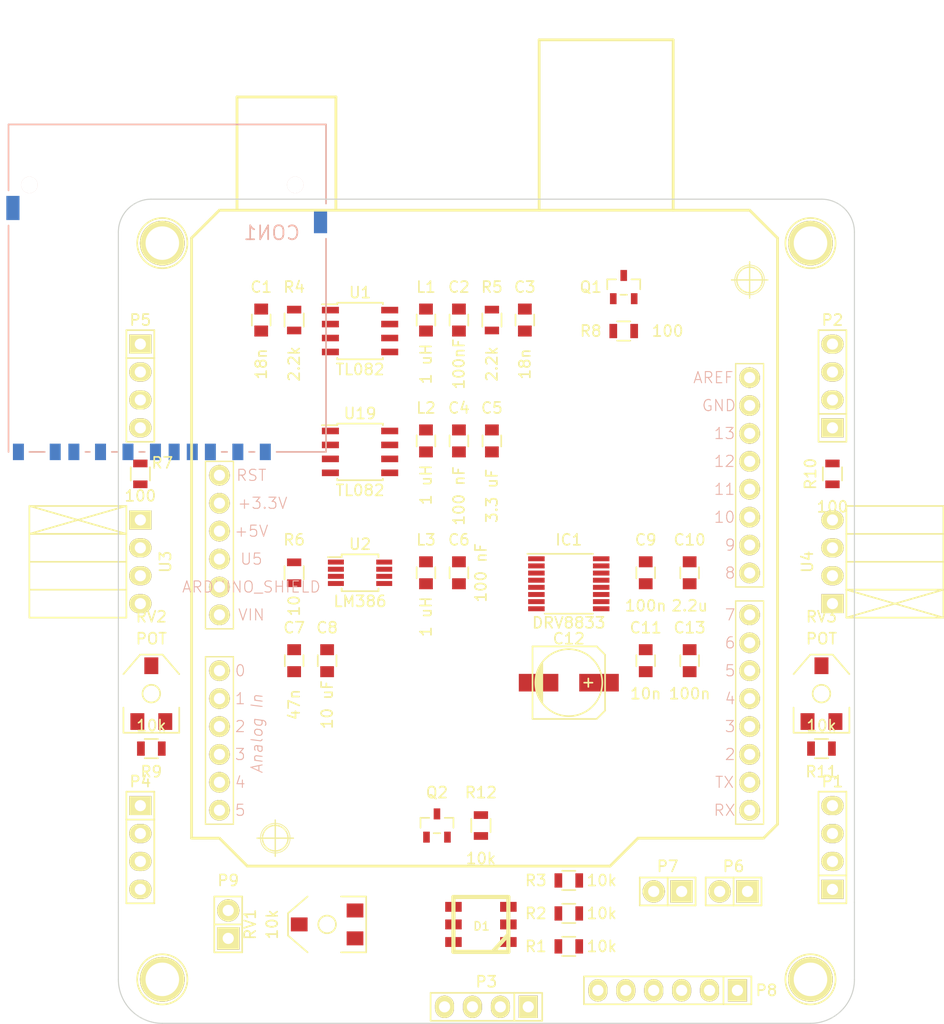
<source format=kicad_pcb>
(kicad_pcb (version 4) (host pcbnew 0.201502191246+5431~21~ubuntu14.04.1-product)

  (general
    (links 129)
    (no_connects 129)
    (area 99.949999 26.949999 167.050001 95.050001)
    (thickness 1.6)
    (drawings 10)
    (tracks 0)
    (zones 0)
    (modules 55)
    (nets 51)
  )

  (page A4)
  (layers
    (0 F.Cu signal)
    (31 B.Cu signal)
    (32 B.Adhes user)
    (33 F.Adhes user)
    (34 B.Paste user)
    (35 F.Paste user)
    (36 B.SilkS user)
    (37 F.SilkS user)
    (38 B.Mask user)
    (39 F.Mask user)
    (40 Dwgs.User user)
    (41 Cmts.User user)
    (42 Eco1.User user)
    (43 Eco2.User user)
    (44 Edge.Cuts user)
    (45 Margin user)
    (46 B.CrtYd user)
    (47 F.CrtYd user)
    (48 B.Fab user)
    (49 F.Fab user)
  )

  (setup
    (last_trace_width 0.254)
    (trace_clearance 0.254)
    (zone_clearance 0.508)
    (zone_45_only no)
    (trace_min 0.254)
    (segment_width 0.2)
    (edge_width 0.1)
    (via_size 0.889)
    (via_drill 0.635)
    (via_min_size 0.889)
    (via_min_drill 0.508)
    (uvia_size 0.508)
    (uvia_drill 0.127)
    (uvias_allowed no)
    (uvia_min_size 0.508)
    (uvia_min_drill 0.127)
    (pcb_text_width 0.3)
    (pcb_text_size 1.5 1.5)
    (mod_edge_width 0.15)
    (mod_text_size 1 1)
    (mod_text_width 0.15)
    (pad_size 1.5 1.5)
    (pad_drill 0.6)
    (pad_to_mask_clearance 0)
    (aux_axis_origin 0 0)
    (visible_elements FFFF777F)
    (pcbplotparams
      (layerselection 0x00030_80000001)
      (usegerberextensions false)
      (excludeedgelayer true)
      (linewidth 0.100000)
      (plotframeref false)
      (viasonmask false)
      (mode 1)
      (useauxorigin false)
      (hpglpennumber 1)
      (hpglpenspeed 20)
      (hpglpendiameter 15)
      (hpglpenoverlay 2)
      (psnegative false)
      (psa4output false)
      (plotreference true)
      (plotvalue true)
      (plotinvisibletext false)
      (padsonsilk false)
      (subtractmaskfromsilk false)
      (outputformat 1)
      (mirror false)
      (drillshape 1)
      (scaleselection 1)
      (outputdirectory ""))
  )

  (net 0 "")
  (net 1 "Net-(C1-Pad1)")
  (net 2 GND)
  (net 3 "Net-(C3-Pad1)")
  (net 4 "Net-(C5-Pad2)")
  (net 5 "Net-(C7-Pad1)")
  (net 6 "Net-(C7-Pad2)")
  (net 7 "Net-(C8-Pad2)")
  (net 8 "Net-(C10-Pad1)")
  (net 9 +5VD)
  (net 10 /LED_enable)
  (net 11 /GREEN)
  (net 12 +3V3)
  (net 13 /BLUE)
  (net 14 /RED)
  (net 15 "Net-(D1-Pad1)")
  (net 16 "Net-(D1-Pad5)")
  (net 17 "Net-(D1-Pad6)")
  (net 18 "Net-(D1-Pad4)")
  (net 19 /TRG_C)
  (net 20 /ECHO_C)
  (net 21 /TRG_B)
  (net 22 /ECHO_B)
  (net 23 /TRG_A)
  (net 24 /ECHO_A)
  (net 25 /hbridge/RMI2)
  (net 26 /hbridge/RMI1)
  (net 27 /hbridge/LMI2)
  (net 28 /hbridge/LMI1)
  (net 29 "Net-(Q1-Pad3)")
  (net 30 "Net-(Q1-Pad2)")
  (net 31 "Net-(Q2-Pad2)")
  (net 32 /sound/In)
  (net 33 "Net-(R7-Pad2)")
  (net 34 /irsensor/~EMITTER)
  (net 35 "Net-(R9-Pad1)")
  (net 36 "Net-(R10-Pad2)")
  (net 37 "Net-(R11-Pad1)")
  (net 38 /irsensor/LSENS)
  (net 39 /irsensor/RSENS)
  (net 40 "Net-(C2-Pad1)")
  (net 41 "Net-(C4-Pad1)")
  (net 42 "Net-(C5-Pad1)")
  (net 43 "Net-(C6-Pad1)")
  (net 44 "Net-(C11-Pad2)")
  (net 45 /hbridge/RM+)
  (net 46 /hbridge/RM-)
  (net 47 /hbridge/LM+)
  (net 48 /hbridge/LM-)
  (net 49 "Net-(R5-Pad2)")
  (net 50 "Net-(RV1-Pad2)")

  (net_class Default "This is the default net class."
    (clearance 0.254)
    (trace_width 0.254)
    (via_dia 0.889)
    (via_drill 0.635)
    (uvia_dia 0.508)
    (uvia_drill 0.127)
    (add_net +3V3)
    (add_net +5VD)
    (add_net /BLUE)
    (add_net /ECHO_A)
    (add_net /ECHO_B)
    (add_net /ECHO_C)
    (add_net /GREEN)
    (add_net /LED_enable)
    (add_net /RED)
    (add_net /TRG_A)
    (add_net /TRG_B)
    (add_net /TRG_C)
    (add_net /hbridge/LM+)
    (add_net /hbridge/LM-)
    (add_net /hbridge/LMI1)
    (add_net /hbridge/LMI2)
    (add_net /hbridge/RM+)
    (add_net /hbridge/RM-)
    (add_net /hbridge/RMI1)
    (add_net /hbridge/RMI2)
    (add_net /irsensor/LSENS)
    (add_net /irsensor/RSENS)
    (add_net /irsensor/~EMITTER)
    (add_net /sound/In)
    (add_net GND)
    (add_net "Net-(C1-Pad1)")
    (add_net "Net-(C10-Pad1)")
    (add_net "Net-(C11-Pad2)")
    (add_net "Net-(C2-Pad1)")
    (add_net "Net-(C3-Pad1)")
    (add_net "Net-(C4-Pad1)")
    (add_net "Net-(C5-Pad1)")
    (add_net "Net-(C5-Pad2)")
    (add_net "Net-(C6-Pad1)")
    (add_net "Net-(C7-Pad1)")
    (add_net "Net-(C7-Pad2)")
    (add_net "Net-(C8-Pad2)")
    (add_net "Net-(D1-Pad1)")
    (add_net "Net-(D1-Pad4)")
    (add_net "Net-(D1-Pad5)")
    (add_net "Net-(D1-Pad6)")
    (add_net "Net-(Q1-Pad2)")
    (add_net "Net-(Q1-Pad3)")
    (add_net "Net-(Q2-Pad2)")
    (add_net "Net-(R10-Pad2)")
    (add_net "Net-(R11-Pad1)")
    (add_net "Net-(R5-Pad2)")
    (add_net "Net-(R7-Pad2)")
    (add_net "Net-(R9-Pad1)")
    (add_net "Net-(RV1-Pad2)")
  )

  (module Connect:1pin (layer F.Cu) (tedit 54EA1532) (tstamp 54EA17DD)
    (at 191 50)
    (descr "module 1 pin (ou trou mecanique de percage)")
    (tags DEV)
    (fp_text reference 1pin (at 0 -3.048) (layer F.SilkS) hide
      (effects (font (size 1 1) (thickness 0.15)))
    )
    (fp_text value VAL** (at 0 2.794) (layer F.SilkS) hide
      (effects (font (size 1 1) (thickness 0.15)))
    )
    (fp_circle (center 0 0) (end 0 -2.286) (layer F.SilkS) (width 0.15))
    (pad 1 thru_hole circle (at 0 0) (size 4.064 4.064) (drill 3.048) (layers *.Cu *.Mask F.SilkS))
  )

  (module Connect:1pin (layer F.Cu) (tedit 54EA1532) (tstamp 54EA0862)
    (at 132 50)
    (descr "module 1 pin (ou trou mecanique de percage)")
    (tags DEV)
    (fp_text reference 1pin (at 0 -3.048) (layer F.SilkS) hide
      (effects (font (size 1 1) (thickness 0.15)))
    )
    (fp_text value VAL** (at 0 2.794) (layer F.SilkS) hide
      (effects (font (size 1 1) (thickness 0.15)))
    )
    (fp_circle (center 0 0) (end 0 -2.286) (layer F.SilkS) (width 0.15))
    (pad 1 thru_hole circle (at 0 0) (size 4.064 4.064) (drill 3.048) (layers *.Cu *.Mask F.SilkS))
  )

  (module Connect:1pin (layer F.Cu) (tedit 54EA1529) (tstamp 54EA0802)
    (at 191 117)
    (descr "module 1 pin (ou trou mecanique de percage)")
    (tags DEV)
    (fp_text reference 1pin (at 0 -3.048) (layer F.SilkS) hide
      (effects (font (size 1 1) (thickness 0.15)))
    )
    (fp_text value VAL** (at 0 2.794) (layer F.SilkS) hide
      (effects (font (size 1 1) (thickness 0.15)))
    )
    (fp_circle (center 0 0) (end 0 -2.286) (layer F.SilkS) (width 0.15))
    (pad 1 thru_hole circle (at 0 0) (size 4.064 4.064) (drill 3.048) (layers *.Cu *.Mask F.SilkS))
  )

  (module Capacitors_SMD:C_0805 (layer F.Cu) (tedit 54EA16CA) (tstamp 54EA005B)
    (at 141 57 270)
    (descr "Capacitor SMD 0805, reflow soldering, AVX (see smccp.pdf)")
    (tags "capacitor 0805")
    (path /54DF624B/54DEC11C)
    (attr smd)
    (fp_text reference C1 (at -3 0 360) (layer F.SilkS)
      (effects (font (size 1 1) (thickness 0.15)))
    )
    (fp_text value 18n (at 4 0 450) (layer F.SilkS)
      (effects (font (size 1 1) (thickness 0.15)))
    )
    (fp_line (start -1.8 -1) (end 1.8 -1) (layer F.CrtYd) (width 0.05))
    (fp_line (start -1.8 1) (end 1.8 1) (layer F.CrtYd) (width 0.05))
    (fp_line (start -1.8 -1) (end -1.8 1) (layer F.CrtYd) (width 0.05))
    (fp_line (start 1.8 -1) (end 1.8 1) (layer F.CrtYd) (width 0.05))
    (fp_line (start 0.5 -0.85) (end -0.5 -0.85) (layer F.SilkS) (width 0.15))
    (fp_line (start -0.5 0.85) (end 0.5 0.85) (layer F.SilkS) (width 0.15))
    (pad 1 smd rect (at -1 0 270) (size 1 1.25) (layers F.Cu F.Paste F.Mask)
      (net 1 "Net-(C1-Pad1)"))
    (pad 2 smd rect (at 1 0 270) (size 1 1.25) (layers F.Cu F.Paste F.Mask)
      (net 2 GND))
    (model Capacitors_SMD/C_0805.wrl
      (at (xyz 0 0 0))
      (scale (xyz 1 1 1))
      (rotate (xyz 0 0 0))
    )
  )

  (module Capacitors_SMD:C_0805 (layer F.Cu) (tedit 54EA16FD) (tstamp 54EA0061)
    (at 159 57 90)
    (descr "Capacitor SMD 0805, reflow soldering, AVX (see smccp.pdf)")
    (tags "capacitor 0805")
    (path /54DF624B/54DEAC30)
    (attr smd)
    (fp_text reference C2 (at 3 0 180) (layer F.SilkS)
      (effects (font (size 1 1) (thickness 0.15)))
    )
    (fp_text value 100nF (at -4 0 90) (layer F.SilkS)
      (effects (font (size 1 1) (thickness 0.15)))
    )
    (fp_line (start -1.8 -1) (end 1.8 -1) (layer F.CrtYd) (width 0.05))
    (fp_line (start -1.8 1) (end 1.8 1) (layer F.CrtYd) (width 0.05))
    (fp_line (start -1.8 -1) (end -1.8 1) (layer F.CrtYd) (width 0.05))
    (fp_line (start 1.8 -1) (end 1.8 1) (layer F.CrtYd) (width 0.05))
    (fp_line (start 0.5 -0.85) (end -0.5 -0.85) (layer F.SilkS) (width 0.15))
    (fp_line (start -0.5 0.85) (end 0.5 0.85) (layer F.SilkS) (width 0.15))
    (pad 1 smd rect (at -1 0 90) (size 1 1.25) (layers F.Cu F.Paste F.Mask)
      (net 40 "Net-(C2-Pad1)"))
    (pad 2 smd rect (at 1 0 90) (size 1 1.25) (layers F.Cu F.Paste F.Mask)
      (net 2 GND))
    (model Capacitors_SMD/C_0805.wrl
      (at (xyz 0 0 0))
      (scale (xyz 1 1 1))
      (rotate (xyz 0 0 0))
    )
  )

  (module Capacitors_SMD:C_0805 (layer F.Cu) (tedit 54EA16D6) (tstamp 54EA19D8)
    (at 165 57 90)
    (descr "Capacitor SMD 0805, reflow soldering, AVX (see smccp.pdf)")
    (tags "capacitor 0805")
    (path /54DF624B/54DEB206)
    (attr smd)
    (fp_text reference C3 (at 3 0 180) (layer F.SilkS)
      (effects (font (size 1 1) (thickness 0.15)))
    )
    (fp_text value 18n (at -4 0 270) (layer F.SilkS)
      (effects (font (size 1 1) (thickness 0.15)))
    )
    (fp_line (start -1.8 -1) (end 1.8 -1) (layer F.CrtYd) (width 0.05))
    (fp_line (start -1.8 1) (end 1.8 1) (layer F.CrtYd) (width 0.05))
    (fp_line (start -1.8 -1) (end -1.8 1) (layer F.CrtYd) (width 0.05))
    (fp_line (start 1.8 -1) (end 1.8 1) (layer F.CrtYd) (width 0.05))
    (fp_line (start 0.5 -0.85) (end -0.5 -0.85) (layer F.SilkS) (width 0.15))
    (fp_line (start -0.5 0.85) (end 0.5 0.85) (layer F.SilkS) (width 0.15))
    (pad 1 smd rect (at -1 0 90) (size 1 1.25) (layers F.Cu F.Paste F.Mask)
      (net 3 "Net-(C3-Pad1)"))
    (pad 2 smd rect (at 1 0 90) (size 1 1.25) (layers F.Cu F.Paste F.Mask)
      (net 2 GND))
    (model Capacitors_SMD/C_0805.wrl
      (at (xyz 0 0 0))
      (scale (xyz 1 1 1))
      (rotate (xyz 0 0 0))
    )
  )

  (module Capacitors_SMD:C_0805 (layer F.Cu) (tedit 54EA176D) (tstamp 54EA006D)
    (at 159 68 90)
    (descr "Capacitor SMD 0805, reflow soldering, AVX (see smccp.pdf)")
    (tags "capacitor 0805")
    (path /54DF624B/54DEAB1B)
    (attr smd)
    (fp_text reference C4 (at 3 0 180) (layer F.SilkS)
      (effects (font (size 1 1) (thickness 0.15)))
    )
    (fp_text value "100 nF" (at -5 0 270) (layer F.SilkS)
      (effects (font (size 1 1) (thickness 0.15)))
    )
    (fp_line (start -1.8 -1) (end 1.8 -1) (layer F.CrtYd) (width 0.05))
    (fp_line (start -1.8 1) (end 1.8 1) (layer F.CrtYd) (width 0.05))
    (fp_line (start -1.8 -1) (end -1.8 1) (layer F.CrtYd) (width 0.05))
    (fp_line (start 1.8 -1) (end 1.8 1) (layer F.CrtYd) (width 0.05))
    (fp_line (start 0.5 -0.85) (end -0.5 -0.85) (layer F.SilkS) (width 0.15))
    (fp_line (start -0.5 0.85) (end 0.5 0.85) (layer F.SilkS) (width 0.15))
    (pad 1 smd rect (at -1 0 90) (size 1 1.25) (layers F.Cu F.Paste F.Mask)
      (net 41 "Net-(C4-Pad1)"))
    (pad 2 smd rect (at 1 0 90) (size 1 1.25) (layers F.Cu F.Paste F.Mask)
      (net 2 GND))
    (model Capacitors_SMD/C_0805.wrl
      (at (xyz 0 0 0))
      (scale (xyz 1 1 1))
      (rotate (xyz 0 0 0))
    )
  )

  (module Capacitors_SMD:c_elec_6.3x7.7 (layer F.Cu) (tedit 54EA1513) (tstamp 54EA009D)
    (at 169 90)
    (descr "SMT capacitor, aluminium electrolytic, 6.3x7.7")
    (path /54E18EF4/54DFB219)
    (fp_text reference C12 (at 0 -4) (layer F.SilkS)
      (effects (font (size 1 1) (thickness 0.15)))
    )
    (fp_text value 220u (at 0 3.81) (layer F.SilkS) hide
      (effects (font (size 1 1) (thickness 0.15)))
    )
    (fp_line (start -2.921 -0.762) (end -2.921 0.762) (layer F.SilkS) (width 0.15))
    (fp_line (start -2.794 1.143) (end -2.794 -1.143) (layer F.SilkS) (width 0.15))
    (fp_line (start -2.667 -1.397) (end -2.667 1.397) (layer F.SilkS) (width 0.15))
    (fp_line (start -2.54 1.651) (end -2.54 -1.651) (layer F.SilkS) (width 0.15))
    (fp_line (start -2.413 -1.778) (end -2.413 1.778) (layer F.SilkS) (width 0.15))
    (fp_circle (center 0 0) (end -3.048 0) (layer F.SilkS) (width 0.15))
    (fp_line (start -3.302 -3.302) (end -3.302 3.302) (layer F.SilkS) (width 0.15))
    (fp_line (start -3.302 3.302) (end 2.54 3.302) (layer F.SilkS) (width 0.15))
    (fp_line (start 2.54 3.302) (end 3.302 2.54) (layer F.SilkS) (width 0.15))
    (fp_line (start 3.302 2.54) (end 3.302 -2.54) (layer F.SilkS) (width 0.15))
    (fp_line (start 3.302 -2.54) (end 2.54 -3.302) (layer F.SilkS) (width 0.15))
    (fp_line (start 2.54 -3.302) (end -3.302 -3.302) (layer F.SilkS) (width 0.15))
    (fp_line (start 2.159 0) (end 1.397 0) (layer F.SilkS) (width 0.15))
    (fp_line (start 1.778 -0.381) (end 1.778 0.381) (layer F.SilkS) (width 0.15))
    (pad 1 smd rect (at 2.75082 0) (size 3.59918 1.6002) (layers F.Cu F.Paste F.Mask)
      (net 9 +5VD))
    (pad 2 smd rect (at -2.75082 0) (size 3.59918 1.6002) (layers F.Cu F.Paste F.Mask)
      (net 2 GND))
    (model Capacitors_SMD/c_elec_6.3x7.7.wrl
      (at (xyz 0 0 0))
      (scale (xyz 1 1 1))
      (rotate (xyz 0 0 0))
    )
  )

  (module Capacitors_SMD:C_0805 (layer F.Cu) (tedit 54EA1427) (tstamp 54EA00A3)
    (at 180 88 90)
    (descr "Capacitor SMD 0805, reflow soldering, AVX (see smccp.pdf)")
    (tags "capacitor 0805")
    (path /54E18EF4/54DFB3B7)
    (attr smd)
    (fp_text reference C13 (at 3 0 180) (layer F.SilkS)
      (effects (font (size 1 1) (thickness 0.15)))
    )
    (fp_text value 100n (at -3 0 180) (layer F.SilkS)
      (effects (font (size 1 1) (thickness 0.15)))
    )
    (fp_line (start -1.8 -1) (end 1.8 -1) (layer F.CrtYd) (width 0.05))
    (fp_line (start -1.8 1) (end 1.8 1) (layer F.CrtYd) (width 0.05))
    (fp_line (start -1.8 -1) (end -1.8 1) (layer F.CrtYd) (width 0.05))
    (fp_line (start 1.8 -1) (end 1.8 1) (layer F.CrtYd) (width 0.05))
    (fp_line (start 0.5 -0.85) (end -0.5 -0.85) (layer F.SilkS) (width 0.15))
    (fp_line (start -0.5 0.85) (end 0.5 0.85) (layer F.SilkS) (width 0.15))
    (pad 1 smd rect (at -1 0 90) (size 1 1.25) (layers F.Cu F.Paste F.Mask)
      (net 9 +5VD))
    (pad 2 smd rect (at 1 0 90) (size 1 1.25) (layers F.Cu F.Paste F.Mask)
      (net 2 GND))
    (model Capacitors_SMD/C_0805.wrl
      (at (xyz 0 0 0))
      (scale (xyz 1 1 1))
      (rotate (xyz 0 0 0))
    )
  )

  (module Connect:SD_Card_Receptacle (layer B.Cu) (tedit 54A89A84) (tstamp 54EA00B6)
    (at 132 69)
    (path /54E15115)
    (fp_text reference CON1 (at 9.96386 -19.9312) (layer B.SilkS)
      (effects (font (size 1.27 1.27) (thickness 0.1524)) (justify mirror))
    )
    (fp_text value SD_Card (at -1.2 -9) (layer B.SilkS) hide
      (effects (font (size 1.5 1.5) (thickness 0.15)) (justify mirror))
    )
    (fp_line (start -14.7 -41.05) (end 15.5 -41.05) (layer B.CrtYd) (width 0.15))
    (fp_line (start 15.5 -41.05) (end 15.5 1.25) (layer B.CrtYd) (width 0.15))
    (fp_line (start 15.5 1.25) (end -14.7 1.25) (layer B.CrtYd) (width 0.15))
    (fp_line (start -14.7 1.25) (end -14.7 -41.05) (layer B.CrtYd) (width 0.15))
    (fp_line (start 7.9 0) (end 8.4 0) (layer B.SilkS) (width 0.15))
    (fp_line (start 5.4 0) (end 5.9 0) (layer B.SilkS) (width 0.15))
    (fp_line (start -2.1 0) (end -1.6 0) (layer B.SilkS) (width 0.15))
    (fp_line (start -4.6 0) (end -4.1 0) (layer B.SilkS) (width 0.15))
    (fp_line (start -7 0) (end -6.6 0) (layer B.SilkS) (width 0.15))
    (fp_line (start -12.1 0) (end -10.7 0) (layer B.SilkS) (width 0.15))
    (fp_line (start -14 -20.6) (end -14 0) (layer B.SilkS) (width 0.15))
    (fp_line (start 14.9 -19.4) (end 14.9 0) (layer B.SilkS) (width 0.15))
    (fp_line (start 14.9 0) (end 10.4 0) (layer B.SilkS) (width 0.15))
    (fp_line (start 14.9 -29.8) (end -14 -29.8) (layer B.SilkS) (width 0.15))
    (fp_line (start -14 -29.8) (end -14 -23.8) (layer B.SilkS) (width 0.15))
    (fp_line (start 14.9 -29.8) (end 14.9 -22.6) (layer B.SilkS) (width 0.15))
    (pad 1 smd rect (at 6.875 0) (size 1 1.5) (layers B.Cu B.Paste B.Mask)
      (net 10 /LED_enable))
    (pad 2 smd rect (at 4.375 0) (size 1 1.5) (layers B.Cu B.Paste B.Mask)
      (net 11 /GREEN))
    (pad 3 smd rect (at 1.075 0) (size 1 1.5) (layers B.Cu B.Paste B.Mask)
      (net 2 GND))
    (pad 4 smd rect (at -0.625 0) (size 1 1.5) (layers B.Cu B.Paste B.Mask)
      (net 12 +3V3))
    (pad 5 smd rect (at -3.125 0) (size 1 1.5) (layers B.Cu B.Paste B.Mask)
      (net 13 /BLUE))
    (pad 6 smd rect (at -5.625 0) (size 1 1.5) (layers B.Cu B.Paste B.Mask)
      (net 2 GND))
    (pad 7 smd rect (at -8.05 0) (size 1 1.5) (layers B.Cu B.Paste B.Mask)
      (net 14 /RED))
    (pad 8 smd rect (at -9.75 0) (size 1 1.5) (layers B.Cu B.Paste B.Mask))
    (pad 9 smd rect (at 9.375 0) (size 1 1.5) (layers B.Cu B.Paste B.Mask))
    (pad 10 smd rect (at 2.725 0) (size 1 1.5) (layers B.Cu B.Paste B.Mask))
    (pad 11 smd rect (at -13.1 0) (size 1 1.5) (layers B.Cu B.Paste B.Mask))
    (pad 12 smd rect (at 14.4 -21) (size 1.2 2.2) (layers B.Cu B.Paste B.Mask)
      (net 2 GND))
    (pad 13 smd rect (at -13.6 -22.2) (size 1.2 2.2) (layers B.Cu B.Paste B.Mask)
      (net 2 GND))
    (pad "" np_thru_hole circle (at 12.1 -24.3) (size 1.5 1.5) (drill 1.5) (layers *.Cu *.Mask B.SilkS))
    (pad "" np_thru_hole circle (at -12.1 -24.3) (size 1.5 1.5) (drill 1.5) (layers *.Cu *.Mask B.SilkS))
  )

  (module Dreamster:rgb_led_plcc6 (layer F.Cu) (tedit 4F7F4572) (tstamp 54EA00C0)
    (at 161 112)
    (path /54EA05BB)
    (fp_text reference D1 (at 0.05334 0.16256) (layer F.SilkS)
      (effects (font (size 0.762 0.762) (thickness 0.127)))
    )
    (fp_text value LED_RGB_A (at 0 3.429) (layer F.SilkS) hide
      (effects (font (size 0.762 0.762) (thickness 0.127)))
    )
    (fp_line (start 1.143 2.413) (end 2.413 1.016) (layer F.SilkS) (width 0.381))
    (fp_line (start -2.49936 2.49936) (end -2.49936 -2.49936) (layer F.SilkS) (width 0.381))
    (fp_line (start -2.49936 -2.49936) (end 2.49936 -2.49936) (layer F.SilkS) (width 0.381))
    (fp_line (start 2.49936 -2.49936) (end 2.49936 2.49936) (layer F.SilkS) (width 0.381))
    (fp_line (start 2.49936 2.49936) (end -2.49936 2.49936) (layer F.SilkS) (width 0.381))
    (pad 1 smd rect (at -2.49936 -1.6002 90) (size 0.89916 1.50114) (layers F.Cu F.Paste F.Mask)
      (net 15 "Net-(D1-Pad1)"))
    (pad 3 smd rect (at -2.49936 0 90) (size 0.89916 1.50114) (layers F.Cu F.Paste F.Mask)
      (net 15 "Net-(D1-Pad1)"))
    (pad 5 smd rect (at -2.49936 1.6002 90) (size 0.89916 1.50114) (layers F.Cu F.Paste F.Mask)
      (net 16 "Net-(D1-Pad5)"))
    (pad 6 smd rect (at 2.49936 1.6002 90) (size 0.89916 1.50114) (layers F.Cu F.Paste F.Mask)
      (net 17 "Net-(D1-Pad6)"))
    (pad 4 smd rect (at 2.49936 0 90) (size 0.89916 1.50114) (layers F.Cu F.Paste F.Mask)
      (net 18 "Net-(D1-Pad4)"))
    (pad 2 smd rect (at 2.49936 -1.6002 90) (size 0.89916 1.50114) (layers F.Cu F.Paste F.Mask)
      (net 15 "Net-(D1-Pad1)"))
  )

  (module Socket_Strips:Socket_Strip_Straight_1x04 (layer F.Cu) (tedit 54EA0863) (tstamp 54EA00C8)
    (at 193 105 270)
    (descr "Through hole socket strip")
    (tags "socket strip")
    (path /54C65AA0)
    (fp_text reference P1 (at -6 0 360) (layer F.SilkS)
      (effects (font (size 1 1) (thickness 0.15)))
    )
    (fp_text value CONN_01X04 (at 0 0 270) (layer F.SilkS) hide
      (effects (font (size 1 1) (thickness 0.15)))
    )
    (fp_line (start 2.54 1.27) (end -5.08 1.27) (layer F.SilkS) (width 0.15))
    (fp_line (start 2.54 -1.27) (end -5.08 -1.27) (layer F.SilkS) (width 0.15))
    (fp_line (start 5.08 -1.27) (end 2.54 -1.27) (layer F.SilkS) (width 0.15))
    (fp_line (start -5.08 1.27) (end -5.08 -1.27) (layer F.SilkS) (width 0.15))
    (fp_line (start 2.54 -1.27) (end 2.54 1.27) (layer F.SilkS) (width 0.15))
    (fp_line (start 5.08 -1.27) (end 5.08 1.27) (layer F.SilkS) (width 0.15))
    (fp_line (start 5.08 1.27) (end 2.54 1.27) (layer F.SilkS) (width 0.15))
    (pad 1 thru_hole rect (at 3.81 0 90) (size 1.7272 2.032) (drill 1.016) (layers *.Cu *.Mask F.SilkS)
      (net 9 +5VD))
    (pad 2 thru_hole oval (at 1.27 0 90) (size 1.7272 2.032) (drill 1.016) (layers *.Cu *.Mask F.SilkS)
      (net 19 /TRG_C))
    (pad 3 thru_hole oval (at -1.27 0 90) (size 1.7272 2.032) (drill 1.016) (layers *.Cu *.Mask F.SilkS)
      (net 20 /ECHO_C))
    (pad 4 thru_hole oval (at -3.81 0 90) (size 1.7272 2.032) (drill 1.016) (layers *.Cu *.Mask F.SilkS)
      (net 2 GND))
    (model Socket_Strips/Socket_Strip_Straight_1x04.wrl
      (at (xyz 0 0 0))
      (scale (xyz 1 1 1))
      (rotate (xyz 0 0 0))
    )
  )

  (module Socket_Strips:Socket_Strip_Straight_1x04 (layer F.Cu) (tedit 54EA08B6) (tstamp 54EA00D0)
    (at 193 63 270)
    (descr "Through hole socket strip")
    (tags "socket strip")
    (path /54C65B5A)
    (fp_text reference P2 (at -6 0 360) (layer F.SilkS)
      (effects (font (size 1 1) (thickness 0.15)))
    )
    (fp_text value CONN_01X04 (at 0 0 270) (layer F.SilkS) hide
      (effects (font (size 1 1) (thickness 0.15)))
    )
    (fp_line (start 2.54 1.27) (end -5.08 1.27) (layer F.SilkS) (width 0.15))
    (fp_line (start 2.54 -1.27) (end -5.08 -1.27) (layer F.SilkS) (width 0.15))
    (fp_line (start 5.08 -1.27) (end 2.54 -1.27) (layer F.SilkS) (width 0.15))
    (fp_line (start -5.08 1.27) (end -5.08 -1.27) (layer F.SilkS) (width 0.15))
    (fp_line (start 2.54 -1.27) (end 2.54 1.27) (layer F.SilkS) (width 0.15))
    (fp_line (start 5.08 -1.27) (end 5.08 1.27) (layer F.SilkS) (width 0.15))
    (fp_line (start 5.08 1.27) (end 2.54 1.27) (layer F.SilkS) (width 0.15))
    (pad 1 thru_hole rect (at 3.81 0 90) (size 1.7272 2.032) (drill 1.016) (layers *.Cu *.Mask F.SilkS)
      (net 9 +5VD))
    (pad 2 thru_hole oval (at 1.27 0 90) (size 1.7272 2.032) (drill 1.016) (layers *.Cu *.Mask F.SilkS)
      (net 21 /TRG_B))
    (pad 3 thru_hole oval (at -1.27 0 90) (size 1.7272 2.032) (drill 1.016) (layers *.Cu *.Mask F.SilkS)
      (net 22 /ECHO_B))
    (pad 4 thru_hole oval (at -3.81 0 90) (size 1.7272 2.032) (drill 1.016) (layers *.Cu *.Mask F.SilkS)
      (net 2 GND))
    (model Socket_Strips/Socket_Strip_Straight_1x04.wrl
      (at (xyz 0 0 0))
      (scale (xyz 1 1 1))
      (rotate (xyz 0 0 0))
    )
  )

  (module Socket_Strips:Socket_Strip_Straight_1x04 (layer F.Cu) (tedit 54E9FFAE) (tstamp 54EA00D8)
    (at 161.5 119.5)
    (descr "Through hole socket strip")
    (tags "socket strip")
    (path /54C65B9E)
    (fp_text reference P3 (at 0 -2.286) (layer F.SilkS)
      (effects (font (size 1 1) (thickness 0.15)))
    )
    (fp_text value CONN_01X04 (at 0 0) (layer F.SilkS) hide
      (effects (font (size 1 1) (thickness 0.15)))
    )
    (fp_line (start 2.54 1.27) (end -5.08 1.27) (layer F.SilkS) (width 0.15))
    (fp_line (start 2.54 -1.27) (end -5.08 -1.27) (layer F.SilkS) (width 0.15))
    (fp_line (start 5.08 -1.27) (end 2.54 -1.27) (layer F.SilkS) (width 0.15))
    (fp_line (start -5.08 1.27) (end -5.08 -1.27) (layer F.SilkS) (width 0.15))
    (fp_line (start 2.54 -1.27) (end 2.54 1.27) (layer F.SilkS) (width 0.15))
    (fp_line (start 5.08 -1.27) (end 5.08 1.27) (layer F.SilkS) (width 0.15))
    (fp_line (start 5.08 1.27) (end 2.54 1.27) (layer F.SilkS) (width 0.15))
    (pad 1 thru_hole rect (at 3.81 0 180) (size 1.7272 2.032) (drill 1.016) (layers *.Cu *.Mask F.SilkS)
      (net 9 +5VD))
    (pad 2 thru_hole oval (at 1.27 0 180) (size 1.7272 2.032) (drill 1.016) (layers *.Cu *.Mask F.SilkS)
      (net 23 /TRG_A))
    (pad 3 thru_hole oval (at -1.27 0 180) (size 1.7272 2.032) (drill 1.016) (layers *.Cu *.Mask F.SilkS)
      (net 24 /ECHO_A))
    (pad 4 thru_hole oval (at -3.81 0 180) (size 1.7272 2.032) (drill 1.016) (layers *.Cu *.Mask F.SilkS)
      (net 2 GND))
    (model Socket_Strips/Socket_Strip_Straight_1x04.wrl
      (at (xyz 0 0 0))
      (scale (xyz 1 1 1))
      (rotate (xyz 0 0 0))
    )
  )

  (module Socket_Strips:Socket_Strip_Straight_1x04 (layer F.Cu) (tedit 54EA0828) (tstamp 54EA00E0)
    (at 130 105 90)
    (descr "Through hole socket strip")
    (tags "socket strip")
    (path /54C65C05)
    (fp_text reference P4 (at 6 0 180) (layer F.SilkS)
      (effects (font (size 1 1) (thickness 0.15)))
    )
    (fp_text value CONN_01X04 (at 0 0 90) (layer F.SilkS) hide
      (effects (font (size 1 1) (thickness 0.15)))
    )
    (fp_line (start 2.54 1.27) (end -5.08 1.27) (layer F.SilkS) (width 0.15))
    (fp_line (start 2.54 -1.27) (end -5.08 -1.27) (layer F.SilkS) (width 0.15))
    (fp_line (start 5.08 -1.27) (end 2.54 -1.27) (layer F.SilkS) (width 0.15))
    (fp_line (start -5.08 1.27) (end -5.08 -1.27) (layer F.SilkS) (width 0.15))
    (fp_line (start 2.54 -1.27) (end 2.54 1.27) (layer F.SilkS) (width 0.15))
    (fp_line (start 5.08 -1.27) (end 5.08 1.27) (layer F.SilkS) (width 0.15))
    (fp_line (start 5.08 1.27) (end 2.54 1.27) (layer F.SilkS) (width 0.15))
    (pad 1 thru_hole rect (at 3.81 0 270) (size 1.7272 2.032) (drill 1.016) (layers *.Cu *.Mask F.SilkS)
      (net 9 +5VD))
    (pad 2 thru_hole oval (at 1.27 0 270) (size 1.7272 2.032) (drill 1.016) (layers *.Cu *.Mask F.SilkS)
      (net 21 /TRG_B))
    (pad 3 thru_hole oval (at -1.27 0 270) (size 1.7272 2.032) (drill 1.016) (layers *.Cu *.Mask F.SilkS)
      (net 22 /ECHO_B))
    (pad 4 thru_hole oval (at -3.81 0 270) (size 1.7272 2.032) (drill 1.016) (layers *.Cu *.Mask F.SilkS)
      (net 2 GND))
    (model Socket_Strips/Socket_Strip_Straight_1x04.wrl
      (at (xyz 0 0 0))
      (scale (xyz 1 1 1))
      (rotate (xyz 0 0 0))
    )
  )

  (module Socket_Strips:Socket_Strip_Straight_1x04 (layer F.Cu) (tedit 54EA0845) (tstamp 54EA00E8)
    (at 130 63 90)
    (descr "Through hole socket strip")
    (tags "socket strip")
    (path /54C65C43)
    (fp_text reference P5 (at 6 0 180) (layer F.SilkS)
      (effects (font (size 1 1) (thickness 0.15)))
    )
    (fp_text value CONN_01X04 (at 0 0 90) (layer F.SilkS) hide
      (effects (font (size 1 1) (thickness 0.15)))
    )
    (fp_line (start 2.54 1.27) (end -5.08 1.27) (layer F.SilkS) (width 0.15))
    (fp_line (start 2.54 -1.27) (end -5.08 -1.27) (layer F.SilkS) (width 0.15))
    (fp_line (start 5.08 -1.27) (end 2.54 -1.27) (layer F.SilkS) (width 0.15))
    (fp_line (start -5.08 1.27) (end -5.08 -1.27) (layer F.SilkS) (width 0.15))
    (fp_line (start 2.54 -1.27) (end 2.54 1.27) (layer F.SilkS) (width 0.15))
    (fp_line (start 5.08 -1.27) (end 5.08 1.27) (layer F.SilkS) (width 0.15))
    (fp_line (start 5.08 1.27) (end 2.54 1.27) (layer F.SilkS) (width 0.15))
    (pad 1 thru_hole rect (at 3.81 0 270) (size 1.7272 2.032) (drill 1.016) (layers *.Cu *.Mask F.SilkS)
      (net 9 +5VD))
    (pad 2 thru_hole oval (at 1.27 0 270) (size 1.7272 2.032) (drill 1.016) (layers *.Cu *.Mask F.SilkS)
      (net 19 /TRG_C))
    (pad 3 thru_hole oval (at -1.27 0 270) (size 1.7272 2.032) (drill 1.016) (layers *.Cu *.Mask F.SilkS)
      (net 20 /ECHO_C))
    (pad 4 thru_hole oval (at -3.81 0 270) (size 1.7272 2.032) (drill 1.016) (layers *.Cu *.Mask F.SilkS)
      (net 2 GND))
    (model Socket_Strips/Socket_Strip_Straight_1x04.wrl
      (at (xyz 0 0 0))
      (scale (xyz 1 1 1))
      (rotate (xyz 0 0 0))
    )
  )

  (module Socket_Strips:Socket_Strip_Straight_1x02 (layer F.Cu) (tedit 54E9FFAE) (tstamp 54EA00EE)
    (at 184 109)
    (descr "Through hole socket strip")
    (tags "socket strip")
    (path /54E18EF4/54E1920E)
    (fp_text reference P6 (at 0 -2.286) (layer F.SilkS)
      (effects (font (size 1 1) (thickness 0.15)))
    )
    (fp_text value CONN_01X02 (at 0 0) (layer F.SilkS) hide
      (effects (font (size 1 1) (thickness 0.15)))
    )
    (fp_line (start 0 -1.27) (end 0 1.27) (layer F.SilkS) (width 0.15))
    (fp_line (start 2.54 -1.27) (end 2.54 1.27) (layer F.SilkS) (width 0.15))
    (fp_line (start 2.54 1.27) (end 0 1.27) (layer F.SilkS) (width 0.15))
    (fp_line (start 0 1.27) (end -2.54 1.27) (layer F.SilkS) (width 0.15))
    (fp_line (start -2.54 1.27) (end -2.54 -1.27) (layer F.SilkS) (width 0.15))
    (fp_line (start -2.54 -1.27) (end 2.54 -1.27) (layer F.SilkS) (width 0.15))
    (pad 1 thru_hole rect (at 1.27 0 180) (size 2.032 2.032) (drill 1.016) (layers *.Cu *.Mask F.SilkS)
      (net 45 /hbridge/RM+))
    (pad 2 thru_hole oval (at -1.27 0 180) (size 2.032 2.032) (drill 1.016) (layers *.Cu *.Mask F.SilkS)
      (net 46 /hbridge/RM-))
    (model Socket_Strips/Socket_Strip_Straight_1x02.wrl
      (at (xyz 0 0 0))
      (scale (xyz 1 1 1))
      (rotate (xyz 0 0 0))
    )
  )

  (module Socket_Strips:Socket_Strip_Straight_1x02 (layer F.Cu) (tedit 54E9FFAE) (tstamp 54EA00F4)
    (at 178 109)
    (descr "Through hole socket strip")
    (tags "socket strip")
    (path /54E18EF4/54E1920F)
    (fp_text reference P7 (at 0 -2.286) (layer F.SilkS)
      (effects (font (size 1 1) (thickness 0.15)))
    )
    (fp_text value CONN_01X02 (at 0 0) (layer F.SilkS) hide
      (effects (font (size 1 1) (thickness 0.15)))
    )
    (fp_line (start 0 -1.27) (end 0 1.27) (layer F.SilkS) (width 0.15))
    (fp_line (start 2.54 -1.27) (end 2.54 1.27) (layer F.SilkS) (width 0.15))
    (fp_line (start 2.54 1.27) (end 0 1.27) (layer F.SilkS) (width 0.15))
    (fp_line (start 0 1.27) (end -2.54 1.27) (layer F.SilkS) (width 0.15))
    (fp_line (start -2.54 1.27) (end -2.54 -1.27) (layer F.SilkS) (width 0.15))
    (fp_line (start -2.54 -1.27) (end 2.54 -1.27) (layer F.SilkS) (width 0.15))
    (pad 1 thru_hole rect (at 1.27 0 180) (size 2.032 2.032) (drill 1.016) (layers *.Cu *.Mask F.SilkS)
      (net 47 /hbridge/LM+))
    (pad 2 thru_hole oval (at -1.27 0 180) (size 2.032 2.032) (drill 1.016) (layers *.Cu *.Mask F.SilkS)
      (net 48 /hbridge/LM-))
    (model Socket_Strips/Socket_Strip_Straight_1x02.wrl
      (at (xyz 0 0 0))
      (scale (xyz 1 1 1))
      (rotate (xyz 0 0 0))
    )
  )

  (module Socket_Strips:Socket_Strip_Straight_1x06 (layer F.Cu) (tedit 54EA1525) (tstamp 54EA00FE)
    (at 178 118)
    (descr "Through hole socket strip")
    (tags "socket strip")
    (path /54E18EF4/54E19210)
    (fp_text reference P8 (at 9 0 180) (layer F.SilkS)
      (effects (font (size 1 1) (thickness 0.15)))
    )
    (fp_text value CONN_01X06 (at 0 0) (layer F.SilkS) hide
      (effects (font (size 1 1) (thickness 0.15)))
    )
    (fp_line (start 5.08 -1.27) (end -7.62 -1.27) (layer F.SilkS) (width 0.15))
    (fp_line (start -7.62 -1.27) (end -7.62 1.27) (layer F.SilkS) (width 0.15))
    (fp_line (start -7.62 1.27) (end 5.08 1.27) (layer F.SilkS) (width 0.15))
    (fp_line (start 7.62 -1.27) (end 5.08 -1.27) (layer F.SilkS) (width 0.15))
    (fp_line (start 5.08 -1.27) (end 5.08 1.27) (layer F.SilkS) (width 0.15))
    (fp_line (start 7.62 -1.27) (end 7.62 1.27) (layer F.SilkS) (width 0.15))
    (fp_line (start 7.62 1.27) (end 5.08 1.27) (layer F.SilkS) (width 0.15))
    (pad 1 thru_hole rect (at 6.35 0 180) (size 1.7272 2.032) (drill 1.016) (layers *.Cu *.Mask F.SilkS)
      (net 25 /hbridge/RMI2))
    (pad 2 thru_hole oval (at 3.81 0 180) (size 1.7272 2.032) (drill 1.016) (layers *.Cu *.Mask F.SilkS)
      (net 26 /hbridge/RMI1))
    (pad 3 thru_hole oval (at 1.27 0 180) (size 1.7272 2.032) (drill 1.016) (layers *.Cu *.Mask F.SilkS)
      (net 9 +5VD))
    (pad 4 thru_hole oval (at -1.27 0 180) (size 1.7272 2.032) (drill 1.016) (layers *.Cu *.Mask F.SilkS)
      (net 2 GND))
    (pad 5 thru_hole oval (at -3.81 0 180) (size 1.7272 2.032) (drill 1.016) (layers *.Cu *.Mask F.SilkS)
      (net 27 /hbridge/LMI2))
    (pad 6 thru_hole oval (at -6.35 0 180) (size 1.7272 2.032) (drill 1.016) (layers *.Cu *.Mask F.SilkS)
      (net 28 /hbridge/LMI1))
    (model Socket_Strips/Socket_Strip_Straight_1x06.wrl
      (at (xyz 0 0 0))
      (scale (xyz 1 1 1))
      (rotate (xyz 0 0 0))
    )
  )

  (module Socket_Strips:Socket_Strip_Straight_1x02 (layer F.Cu) (tedit 54EA1835) (tstamp 54EA0104)
    (at 138 112 270)
    (descr "Through hole socket strip")
    (tags "socket strip")
    (path /54DF624B/54DEA4B5)
    (fp_text reference P9 (at -4 0 360) (layer F.SilkS)
      (effects (font (size 1 1) (thickness 0.15)))
    )
    (fp_text value speaker (at 0 0 270) (layer F.SilkS) hide
      (effects (font (size 1 1) (thickness 0.15)))
    )
    (fp_line (start 0 -1.27) (end 0 1.27) (layer F.SilkS) (width 0.15))
    (fp_line (start 2.54 -1.27) (end 2.54 1.27) (layer F.SilkS) (width 0.15))
    (fp_line (start 2.54 1.27) (end 0 1.27) (layer F.SilkS) (width 0.15))
    (fp_line (start 0 1.27) (end -2.54 1.27) (layer F.SilkS) (width 0.15))
    (fp_line (start -2.54 1.27) (end -2.54 -1.27) (layer F.SilkS) (width 0.15))
    (fp_line (start -2.54 -1.27) (end 2.54 -1.27) (layer F.SilkS) (width 0.15))
    (pad 1 thru_hole rect (at 1.27 0 90) (size 2.032 2.032) (drill 1.016) (layers *.Cu *.Mask F.SilkS)
      (net 7 "Net-(C8-Pad2)"))
    (pad 2 thru_hole oval (at -1.27 0 90) (size 2.032 2.032) (drill 1.016) (layers *.Cu *.Mask F.SilkS)
      (net 2 GND))
    (model Socket_Strips/Socket_Strip_Straight_1x02.wrl
      (at (xyz 0 0 0))
      (scale (xyz 1 1 1))
      (rotate (xyz 0 0 0))
    )
  )

  (module Transistors_SMD:sot23 (layer F.Cu) (tedit 54EA19E4) (tstamp 54EA010B)
    (at 174 54)
    (descr SOT23)
    (path /54DFE638/54DFD7C1)
    (attr smd)
    (fp_text reference Q1 (at -3 0) (layer F.SilkS)
      (effects (font (size 1 1) (thickness 0.15)))
    )
    (fp_text value PNP (at 0 2.3) (layer F.SilkS) hide
      (effects (font (size 1 1) (thickness 0.15)))
    )
    (fp_line (start -1.5 0.2) (end -1.5 -0.7) (layer F.SilkS) (width 0.15))
    (fp_line (start -1.5 -0.7) (end -0.7 -0.7) (layer F.SilkS) (width 0.15))
    (fp_line (start 1.5 0.2) (end 1.5 -0.7) (layer F.SilkS) (width 0.15))
    (fp_line (start 1.5 -0.7) (end 0.7 -0.7) (layer F.SilkS) (width 0.15))
    (fp_line (start 0.3 0.7) (end -0.3 0.7) (layer F.SilkS) (width 0.15))
    (pad 1 smd rect (at -0.9525 1.05664) (size 0.59944 1.00076) (layers F.Cu F.Paste F.Mask)
      (net 9 +5VD))
    (pad 3 smd rect (at 0 -1.05664) (size 0.59944 1.00076) (layers F.Cu F.Paste F.Mask)
      (net 29 "Net-(Q1-Pad3)"))
    (pad 2 smd rect (at 0.9525 1.05664) (size 0.59944 1.00076) (layers F.Cu F.Paste F.Mask)
      (net 30 "Net-(Q1-Pad2)"))
    (model Transistors_SMD/sot23.wrl
      (at (xyz 0 0 0))
      (scale (xyz 1 1 1))
      (rotate (xyz 0 0 0))
    )
  )

  (module Transistors_SMD:sot23 (layer F.Cu) (tedit 54EA1947) (tstamp 54EA0112)
    (at 157 103)
    (descr SOT23)
    (path /54EA6E9F)
    (attr smd)
    (fp_text reference Q2 (at 0 -3) (layer F.SilkS)
      (effects (font (size 1 1) (thickness 0.15)))
    )
    (fp_text value NPN (at 0 2.3) (layer F.SilkS) hide
      (effects (font (size 1 1) (thickness 0.15)))
    )
    (fp_line (start -1.5 0.2) (end -1.5 -0.7) (layer F.SilkS) (width 0.15))
    (fp_line (start -1.5 -0.7) (end -0.7 -0.7) (layer F.SilkS) (width 0.15))
    (fp_line (start 1.5 0.2) (end 1.5 -0.7) (layer F.SilkS) (width 0.15))
    (fp_line (start 1.5 -0.7) (end 0.7 -0.7) (layer F.SilkS) (width 0.15))
    (fp_line (start 0.3 0.7) (end -0.3 0.7) (layer F.SilkS) (width 0.15))
    (pad 1 smd rect (at -0.9525 1.05664) (size 0.59944 1.00076) (layers F.Cu F.Paste F.Mask)
      (net 2 GND))
    (pad 3 smd rect (at 0 -1.05664) (size 0.59944 1.00076) (layers F.Cu F.Paste F.Mask)
      (net 15 "Net-(D1-Pad1)"))
    (pad 2 smd rect (at 0.9525 1.05664) (size 0.59944 1.00076) (layers F.Cu F.Paste F.Mask)
      (net 31 "Net-(Q2-Pad2)"))
    (model Transistors_SMD/sot23.wrl
      (at (xyz 0 0 0))
      (scale (xyz 1 1 1))
      (rotate (xyz 0 0 0))
    )
  )

  (module Resistors_SMD:R_0805 (layer F.Cu) (tedit 54EA18D1) (tstamp 54EA0118)
    (at 169 114)
    (descr "Resistor SMD 0805, reflow soldering, Vishay (see dcrcw.pdf)")
    (tags "resistor 0805")
    (path /54C68B59)
    (attr smd)
    (fp_text reference R1 (at -3 0) (layer F.SilkS)
      (effects (font (size 1 1) (thickness 0.15)))
    )
    (fp_text value 10k (at 3 0) (layer F.SilkS)
      (effects (font (size 1 1) (thickness 0.15)))
    )
    (fp_line (start -1.6 -1) (end 1.6 -1) (layer F.CrtYd) (width 0.05))
    (fp_line (start -1.6 1) (end 1.6 1) (layer F.CrtYd) (width 0.05))
    (fp_line (start -1.6 -1) (end -1.6 1) (layer F.CrtYd) (width 0.05))
    (fp_line (start 1.6 -1) (end 1.6 1) (layer F.CrtYd) (width 0.05))
    (fp_line (start 0.6 0.875) (end -0.6 0.875) (layer F.SilkS) (width 0.15))
    (fp_line (start -0.6 -0.875) (end 0.6 -0.875) (layer F.SilkS) (width 0.15))
    (pad 1 smd rect (at -0.95 0) (size 0.7 1.3) (layers F.Cu F.Paste F.Mask)
      (net 14 /RED))
    (pad 2 smd rect (at 0.95 0) (size 0.7 1.3) (layers F.Cu F.Paste F.Mask)
      (net 17 "Net-(D1-Pad6)"))
    (model Resistors_SMD/R_0805.wrl
      (at (xyz 0 0 0))
      (scale (xyz 1 1 1))
      (rotate (xyz 0 0 0))
    )
  )

  (module Resistors_SMD:R_0805 (layer F.Cu) (tedit 54EA18E7) (tstamp 54EA011E)
    (at 169 111)
    (descr "Resistor SMD 0805, reflow soldering, Vishay (see dcrcw.pdf)")
    (tags "resistor 0805")
    (path /54C68BA5)
    (attr smd)
    (fp_text reference R2 (at -3 0) (layer F.SilkS)
      (effects (font (size 1 1) (thickness 0.15)))
    )
    (fp_text value 10k (at 3 0) (layer F.SilkS)
      (effects (font (size 1 1) (thickness 0.15)))
    )
    (fp_line (start -1.6 -1) (end 1.6 -1) (layer F.CrtYd) (width 0.05))
    (fp_line (start -1.6 1) (end 1.6 1) (layer F.CrtYd) (width 0.05))
    (fp_line (start -1.6 -1) (end -1.6 1) (layer F.CrtYd) (width 0.05))
    (fp_line (start 1.6 -1) (end 1.6 1) (layer F.CrtYd) (width 0.05))
    (fp_line (start 0.6 0.875) (end -0.6 0.875) (layer F.SilkS) (width 0.15))
    (fp_line (start -0.6 -0.875) (end 0.6 -0.875) (layer F.SilkS) (width 0.15))
    (pad 1 smd rect (at -0.95 0) (size 0.7 1.3) (layers F.Cu F.Paste F.Mask)
      (net 11 /GREEN))
    (pad 2 smd rect (at 0.95 0) (size 0.7 1.3) (layers F.Cu F.Paste F.Mask)
      (net 16 "Net-(D1-Pad5)"))
    (model Resistors_SMD/R_0805.wrl
      (at (xyz 0 0 0))
      (scale (xyz 1 1 1))
      (rotate (xyz 0 0 0))
    )
  )

  (module Resistors_SMD:R_0805 (layer F.Cu) (tedit 54EA18F6) (tstamp 54EA0124)
    (at 169 108)
    (descr "Resistor SMD 0805, reflow soldering, Vishay (see dcrcw.pdf)")
    (tags "resistor 0805")
    (path /54C68BF0)
    (attr smd)
    (fp_text reference R3 (at -3 0) (layer F.SilkS)
      (effects (font (size 1 1) (thickness 0.15)))
    )
    (fp_text value 10k (at 3 0) (layer F.SilkS)
      (effects (font (size 1 1) (thickness 0.15)))
    )
    (fp_line (start -1.6 -1) (end 1.6 -1) (layer F.CrtYd) (width 0.05))
    (fp_line (start -1.6 1) (end 1.6 1) (layer F.CrtYd) (width 0.05))
    (fp_line (start -1.6 -1) (end -1.6 1) (layer F.CrtYd) (width 0.05))
    (fp_line (start 1.6 -1) (end 1.6 1) (layer F.CrtYd) (width 0.05))
    (fp_line (start 0.6 0.875) (end -0.6 0.875) (layer F.SilkS) (width 0.15))
    (fp_line (start -0.6 -0.875) (end 0.6 -0.875) (layer F.SilkS) (width 0.15))
    (pad 1 smd rect (at -0.95 0) (size 0.7 1.3) (layers F.Cu F.Paste F.Mask)
      (net 13 /BLUE))
    (pad 2 smd rect (at 0.95 0) (size 0.7 1.3) (layers F.Cu F.Paste F.Mask)
      (net 18 "Net-(D1-Pad4)"))
    (model Resistors_SMD/R_0805.wrl
      (at (xyz 0 0 0))
      (scale (xyz 1 1 1))
      (rotate (xyz 0 0 0))
    )
  )

  (module Resistors_SMD:R_0805 (layer F.Cu) (tedit 54EA16CD) (tstamp 54EA012A)
    (at 144 57 270)
    (descr "Resistor SMD 0805, reflow soldering, Vishay (see dcrcw.pdf)")
    (tags "resistor 0805")
    (path /54DF624B/54DEC0A4)
    (attr smd)
    (fp_text reference R4 (at -3 0 360) (layer F.SilkS)
      (effects (font (size 1 1) (thickness 0.15)))
    )
    (fp_text value 2.2k (at 4 0 450) (layer F.SilkS)
      (effects (font (size 1 1) (thickness 0.15)))
    )
    (fp_line (start -1.6 -1) (end 1.6 -1) (layer F.CrtYd) (width 0.05))
    (fp_line (start -1.6 1) (end 1.6 1) (layer F.CrtYd) (width 0.05))
    (fp_line (start -1.6 -1) (end -1.6 1) (layer F.CrtYd) (width 0.05))
    (fp_line (start 1.6 -1) (end 1.6 1) (layer F.CrtYd) (width 0.05))
    (fp_line (start 0.6 0.875) (end -0.6 0.875) (layer F.SilkS) (width 0.15))
    (fp_line (start -0.6 -0.875) (end 0.6 -0.875) (layer F.SilkS) (width 0.15))
    (pad 1 smd rect (at -0.95 0 270) (size 0.7 1.3) (layers F.Cu F.Paste F.Mask)
      (net 1 "Net-(C1-Pad1)"))
    (pad 2 smd rect (at 0.95 0 270) (size 0.7 1.3) (layers F.Cu F.Paste F.Mask)
      (net 32 /sound/In))
    (model Resistors_SMD/R_0805.wrl
      (at (xyz 0 0 0))
      (scale (xyz 1 1 1))
      (rotate (xyz 0 0 0))
    )
  )

  (module Resistors_SMD:R_0805 (layer F.Cu) (tedit 54EA16D3) (tstamp 54EA0130)
    (at 162 57 270)
    (descr "Resistor SMD 0805, reflow soldering, Vishay (see dcrcw.pdf)")
    (tags "resistor 0805")
    (path /54DF624B/54DEB1D8)
    (attr smd)
    (fp_text reference R5 (at -3 0 360) (layer F.SilkS)
      (effects (font (size 1 1) (thickness 0.15)))
    )
    (fp_text value 2.2k (at 4 0 450) (layer F.SilkS)
      (effects (font (size 1 1) (thickness 0.15)))
    )
    (fp_line (start -1.6 -1) (end 1.6 -1) (layer F.CrtYd) (width 0.05))
    (fp_line (start -1.6 1) (end 1.6 1) (layer F.CrtYd) (width 0.05))
    (fp_line (start -1.6 -1) (end -1.6 1) (layer F.CrtYd) (width 0.05))
    (fp_line (start 1.6 -1) (end 1.6 1) (layer F.CrtYd) (width 0.05))
    (fp_line (start 0.6 0.875) (end -0.6 0.875) (layer F.SilkS) (width 0.15))
    (fp_line (start -0.6 -0.875) (end 0.6 -0.875) (layer F.SilkS) (width 0.15))
    (pad 1 smd rect (at -0.95 0 270) (size 0.7 1.3) (layers F.Cu F.Paste F.Mask)
      (net 3 "Net-(C3-Pad1)"))
    (pad 2 smd rect (at 0.95 0 270) (size 0.7 1.3) (layers F.Cu F.Paste F.Mask)
      (net 49 "Net-(R5-Pad2)"))
    (model Resistors_SMD/R_0805.wrl
      (at (xyz 0 0 0))
      (scale (xyz 1 1 1))
      (rotate (xyz 0 0 0))
    )
  )

  (module Resistors_SMD:R_0805 (layer F.Cu) (tedit 54EA17CE) (tstamp 54EA0136)
    (at 144 80 270)
    (descr "Resistor SMD 0805, reflow soldering, Vishay (see dcrcw.pdf)")
    (tags "resistor 0805")
    (path /54DF624B/54DEBDA9)
    (attr smd)
    (fp_text reference R6 (at -3 0 360) (layer F.SilkS)
      (effects (font (size 1 1) (thickness 0.15)))
    )
    (fp_text value 10 (at 3 0 450) (layer F.SilkS)
      (effects (font (size 1 1) (thickness 0.15)))
    )
    (fp_line (start -1.6 -1) (end 1.6 -1) (layer F.CrtYd) (width 0.05))
    (fp_line (start -1.6 1) (end 1.6 1) (layer F.CrtYd) (width 0.05))
    (fp_line (start -1.6 -1) (end -1.6 1) (layer F.CrtYd) (width 0.05))
    (fp_line (start 1.6 -1) (end 1.6 1) (layer F.CrtYd) (width 0.05))
    (fp_line (start 0.6 0.875) (end -0.6 0.875) (layer F.SilkS) (width 0.15))
    (fp_line (start -0.6 -0.875) (end 0.6 -0.875) (layer F.SilkS) (width 0.15))
    (pad 1 smd rect (at -0.95 0 270) (size 0.7 1.3) (layers F.Cu F.Paste F.Mask)
      (net 6 "Net-(C7-Pad2)"))
    (pad 2 smd rect (at 0.95 0 270) (size 0.7 1.3) (layers F.Cu F.Paste F.Mask)
      (net 2 GND))
    (model Resistors_SMD/R_0805.wrl
      (at (xyz 0 0 0))
      (scale (xyz 1 1 1))
      (rotate (xyz 0 0 0))
    )
  )

  (module Resistors_SMD:R_0805 (layer F.Cu) (tedit 54EA19BE) (tstamp 54EA013C)
    (at 130 71 270)
    (descr "Resistor SMD 0805, reflow soldering, Vishay (see dcrcw.pdf)")
    (tags "resistor 0805")
    (path /54DFE638/54DFEB34)
    (attr smd)
    (fp_text reference R7 (at -1 -2 360) (layer F.SilkS)
      (effects (font (size 1 1) (thickness 0.15)))
    )
    (fp_text value 100 (at 2 0 540) (layer F.SilkS)
      (effects (font (size 1 1) (thickness 0.15)))
    )
    (fp_line (start -1.6 -1) (end 1.6 -1) (layer F.CrtYd) (width 0.05))
    (fp_line (start -1.6 1) (end 1.6 1) (layer F.CrtYd) (width 0.05))
    (fp_line (start -1.6 -1) (end -1.6 1) (layer F.CrtYd) (width 0.05))
    (fp_line (start 1.6 -1) (end 1.6 1) (layer F.CrtYd) (width 0.05))
    (fp_line (start 0.6 0.875) (end -0.6 0.875) (layer F.SilkS) (width 0.15))
    (fp_line (start -0.6 -0.875) (end 0.6 -0.875) (layer F.SilkS) (width 0.15))
    (pad 1 smd rect (at -0.95 0 270) (size 0.7 1.3) (layers F.Cu F.Paste F.Mask)
      (net 29 "Net-(Q1-Pad3)"))
    (pad 2 smd rect (at 0.95 0 270) (size 0.7 1.3) (layers F.Cu F.Paste F.Mask)
      (net 33 "Net-(R7-Pad2)"))
    (model Resistors_SMD/R_0805.wrl
      (at (xyz 0 0 0))
      (scale (xyz 1 1 1))
      (rotate (xyz 0 0 0))
    )
  )

  (module Resistors_SMD:R_0805 (layer F.Cu) (tedit 54EA19E1) (tstamp 54EA0142)
    (at 174 58 180)
    (descr "Resistor SMD 0805, reflow soldering, Vishay (see dcrcw.pdf)")
    (tags "resistor 0805")
    (path /54DFE638/54DFD9E0)
    (attr smd)
    (fp_text reference R8 (at 3 0 180) (layer F.SilkS)
      (effects (font (size 1 1) (thickness 0.15)))
    )
    (fp_text value 100 (at -4 0 180) (layer F.SilkS)
      (effects (font (size 1 1) (thickness 0.15)))
    )
    (fp_line (start -1.6 -1) (end 1.6 -1) (layer F.CrtYd) (width 0.05))
    (fp_line (start -1.6 1) (end 1.6 1) (layer F.CrtYd) (width 0.05))
    (fp_line (start -1.6 -1) (end -1.6 1) (layer F.CrtYd) (width 0.05))
    (fp_line (start 1.6 -1) (end 1.6 1) (layer F.CrtYd) (width 0.05))
    (fp_line (start 0.6 0.875) (end -0.6 0.875) (layer F.SilkS) (width 0.15))
    (fp_line (start -0.6 -0.875) (end 0.6 -0.875) (layer F.SilkS) (width 0.15))
    (pad 1 smd rect (at -0.95 0 180) (size 0.7 1.3) (layers F.Cu F.Paste F.Mask)
      (net 30 "Net-(Q1-Pad2)"))
    (pad 2 smd rect (at 0.95 0 180) (size 0.7 1.3) (layers F.Cu F.Paste F.Mask)
      (net 34 /irsensor/~EMITTER))
    (model Resistors_SMD/R_0805.wrl
      (at (xyz 0 0 0))
      (scale (xyz 1 1 1))
      (rotate (xyz 0 0 0))
    )
  )

  (module Resistors_SMD:R_0805 (layer F.Cu) (tedit 5415CDEB) (tstamp 54EA0148)
    (at 131 96 180)
    (descr "Resistor SMD 0805, reflow soldering, Vishay (see dcrcw.pdf)")
    (tags "resistor 0805")
    (path /54DFE638/54DF79D4)
    (attr smd)
    (fp_text reference R9 (at 0 -2.1 180) (layer F.SilkS)
      (effects (font (size 1 1) (thickness 0.15)))
    )
    (fp_text value 10k (at 0 2.1 180) (layer F.SilkS)
      (effects (font (size 1 1) (thickness 0.15)))
    )
    (fp_line (start -1.6 -1) (end 1.6 -1) (layer F.CrtYd) (width 0.05))
    (fp_line (start -1.6 1) (end 1.6 1) (layer F.CrtYd) (width 0.05))
    (fp_line (start -1.6 -1) (end -1.6 1) (layer F.CrtYd) (width 0.05))
    (fp_line (start 1.6 -1) (end 1.6 1) (layer F.CrtYd) (width 0.05))
    (fp_line (start 0.6 0.875) (end -0.6 0.875) (layer F.SilkS) (width 0.15))
    (fp_line (start -0.6 -0.875) (end 0.6 -0.875) (layer F.SilkS) (width 0.15))
    (pad 1 smd rect (at -0.95 0 180) (size 0.7 1.3) (layers F.Cu F.Paste F.Mask)
      (net 35 "Net-(R9-Pad1)"))
    (pad 2 smd rect (at 0.95 0 180) (size 0.7 1.3) (layers F.Cu F.Paste F.Mask)
      (net 2 GND))
    (model Resistors_SMD/R_0805.wrl
      (at (xyz 0 0 0))
      (scale (xyz 1 1 1))
      (rotate (xyz 0 0 0))
    )
  )

  (module Resistors_SMD:R_0805 (layer F.Cu) (tedit 54EA19CC) (tstamp 54EA014E)
    (at 193 71 90)
    (descr "Resistor SMD 0805, reflow soldering, Vishay (see dcrcw.pdf)")
    (tags "resistor 0805")
    (path /54DFE638/54DFEB33)
    (attr smd)
    (fp_text reference R10 (at 0 -2 90) (layer F.SilkS)
      (effects (font (size 1 1) (thickness 0.15)))
    )
    (fp_text value 100 (at -3 0 180) (layer F.SilkS)
      (effects (font (size 1 1) (thickness 0.15)))
    )
    (fp_line (start -1.6 -1) (end 1.6 -1) (layer F.CrtYd) (width 0.05))
    (fp_line (start -1.6 1) (end 1.6 1) (layer F.CrtYd) (width 0.05))
    (fp_line (start -1.6 -1) (end -1.6 1) (layer F.CrtYd) (width 0.05))
    (fp_line (start 1.6 -1) (end 1.6 1) (layer F.CrtYd) (width 0.05))
    (fp_line (start 0.6 0.875) (end -0.6 0.875) (layer F.SilkS) (width 0.15))
    (fp_line (start -0.6 -0.875) (end 0.6 -0.875) (layer F.SilkS) (width 0.15))
    (pad 1 smd rect (at -0.95 0 90) (size 0.7 1.3) (layers F.Cu F.Paste F.Mask)
      (net 29 "Net-(Q1-Pad3)"))
    (pad 2 smd rect (at 0.95 0 90) (size 0.7 1.3) (layers F.Cu F.Paste F.Mask)
      (net 36 "Net-(R10-Pad2)"))
    (model Resistors_SMD/R_0805.wrl
      (at (xyz 0 0 0))
      (scale (xyz 1 1 1))
      (rotate (xyz 0 0 0))
    )
  )

  (module Resistors_SMD:R_0805 (layer F.Cu) (tedit 5415CDEB) (tstamp 54EA0154)
    (at 192 96 180)
    (descr "Resistor SMD 0805, reflow soldering, Vishay (see dcrcw.pdf)")
    (tags "resistor 0805")
    (path /54DFE638/54DF7325)
    (attr smd)
    (fp_text reference R11 (at 0 -2.1 180) (layer F.SilkS)
      (effects (font (size 1 1) (thickness 0.15)))
    )
    (fp_text value 10k (at 0 2.1 180) (layer F.SilkS)
      (effects (font (size 1 1) (thickness 0.15)))
    )
    (fp_line (start -1.6 -1) (end 1.6 -1) (layer F.CrtYd) (width 0.05))
    (fp_line (start -1.6 1) (end 1.6 1) (layer F.CrtYd) (width 0.05))
    (fp_line (start -1.6 -1) (end -1.6 1) (layer F.CrtYd) (width 0.05))
    (fp_line (start 1.6 -1) (end 1.6 1) (layer F.CrtYd) (width 0.05))
    (fp_line (start 0.6 0.875) (end -0.6 0.875) (layer F.SilkS) (width 0.15))
    (fp_line (start -0.6 -0.875) (end 0.6 -0.875) (layer F.SilkS) (width 0.15))
    (pad 1 smd rect (at -0.95 0 180) (size 0.7 1.3) (layers F.Cu F.Paste F.Mask)
      (net 37 "Net-(R11-Pad1)"))
    (pad 2 smd rect (at 0.95 0 180) (size 0.7 1.3) (layers F.Cu F.Paste F.Mask)
      (net 2 GND))
    (model Resistors_SMD/R_0805.wrl
      (at (xyz 0 0 0))
      (scale (xyz 1 1 1))
      (rotate (xyz 0 0 0))
    )
  )

  (module Resistors_SMD:R_0805 (layer F.Cu) (tedit 54EA195C) (tstamp 54EA015A)
    (at 161 103 270)
    (descr "Resistor SMD 0805, reflow soldering, Vishay (see dcrcw.pdf)")
    (tags "resistor 0805")
    (path /54EA723C)
    (attr smd)
    (fp_text reference R12 (at -3 0 360) (layer F.SilkS)
      (effects (font (size 1 1) (thickness 0.15)))
    )
    (fp_text value 10k (at 3 0 360) (layer F.SilkS)
      (effects (font (size 1 1) (thickness 0.15)))
    )
    (fp_line (start -1.6 -1) (end 1.6 -1) (layer F.CrtYd) (width 0.05))
    (fp_line (start -1.6 1) (end 1.6 1) (layer F.CrtYd) (width 0.05))
    (fp_line (start -1.6 -1) (end -1.6 1) (layer F.CrtYd) (width 0.05))
    (fp_line (start 1.6 -1) (end 1.6 1) (layer F.CrtYd) (width 0.05))
    (fp_line (start 0.6 0.875) (end -0.6 0.875) (layer F.SilkS) (width 0.15))
    (fp_line (start -0.6 -0.875) (end 0.6 -0.875) (layer F.SilkS) (width 0.15))
    (pad 1 smd rect (at -0.95 0 270) (size 0.7 1.3) (layers F.Cu F.Paste F.Mask)
      (net 10 /LED_enable))
    (pad 2 smd rect (at 0.95 0 270) (size 0.7 1.3) (layers F.Cu F.Paste F.Mask)
      (net 31 "Net-(Q2-Pad2)"))
    (model Resistors_SMD/R_0805.wrl
      (at (xyz 0 0 0))
      (scale (xyz 1 1 1))
      (rotate (xyz 0 0 0))
    )
  )

  (module SMD_Packages:POT_SMD (layer F.Cu) (tedit 54EA173A) (tstamp 54EA0161)
    (at 147 112 90)
    (descr "module CMS Potentiometre")
    (tags "CMS POT")
    (path /54DF624B/54DEA58A)
    (attr smd)
    (fp_text reference RV1 (at 0 -7 270) (layer F.SilkS)
      (effects (font (size 1 1) (thickness 0.15)))
    )
    (fp_text value 10k (at 0 -5 270) (layer F.SilkS)
      (effects (font (size 1 1) (thickness 0.15)))
    )
    (fp_line (start -2.54 1.27) (end -2.54 3.556) (layer F.SilkS) (width 0.15))
    (fp_line (start -2.54 3.556) (end 2.54 3.556) (layer F.SilkS) (width 0.15))
    (fp_line (start 2.54 3.556) (end 2.54 1.27) (layer F.SilkS) (width 0.15))
    (fp_line (start -2.54 -1.778) (end -1.016 -3.556) (layer F.SilkS) (width 0.15))
    (fp_line (start -1.016 -3.556) (end 1.016 -3.556) (layer F.SilkS) (width 0.15))
    (fp_line (start 1.016 -3.556) (end 2.54 -1.778) (layer F.SilkS) (width 0.15))
    (fp_circle (center 0 0) (end 0.254 -0.762) (layer F.SilkS) (width 0.15))
    (pad 1 smd rect (at -1.27 2.54 90) (size 1.27 1.524) (layers F.Cu F.Paste F.Mask)
      (net 4 "Net-(C5-Pad2)"))
    (pad 2 smd rect (at 0 -2.54 90) (size 1.27 1.524) (layers F.Cu F.Paste F.Mask)
      (net 50 "Net-(RV1-Pad2)"))
    (pad 3 smd rect (at 1.27 2.54 90) (size 1.27 1.524) (layers F.Cu F.Paste F.Mask)
      (net 2 GND))
  )

  (module SMD_Packages:POT_SMD (layer F.Cu) (tedit 54EA1743) (tstamp 54EA0168)
    (at 131 91)
    (descr "module CMS Potentiometre")
    (tags "CMS POT")
    (path /54DFE638/54DF79CE)
    (attr smd)
    (fp_text reference RV2 (at 0 -7) (layer F.SilkS)
      (effects (font (size 1 1) (thickness 0.15)))
    )
    (fp_text value POT (at 0 -5) (layer F.SilkS)
      (effects (font (size 1 1) (thickness 0.15)))
    )
    (fp_line (start -2.54 1.27) (end -2.54 3.556) (layer F.SilkS) (width 0.15))
    (fp_line (start -2.54 3.556) (end 2.54 3.556) (layer F.SilkS) (width 0.15))
    (fp_line (start 2.54 3.556) (end 2.54 1.27) (layer F.SilkS) (width 0.15))
    (fp_line (start -2.54 -1.778) (end -1.016 -3.556) (layer F.SilkS) (width 0.15))
    (fp_line (start -1.016 -3.556) (end 1.016 -3.556) (layer F.SilkS) (width 0.15))
    (fp_line (start 1.016 -3.556) (end 2.54 -1.778) (layer F.SilkS) (width 0.15))
    (fp_circle (center 0 0) (end 0.254 -0.762) (layer F.SilkS) (width 0.15))
    (pad 1 smd rect (at -1.27 2.54) (size 1.27 1.524) (layers F.Cu F.Paste F.Mask)
      (net 38 /irsensor/LSENS))
    (pad 2 smd rect (at 0 -2.54) (size 1.27 1.524) (layers F.Cu F.Paste F.Mask)
      (net 38 /irsensor/LSENS))
    (pad 3 smd rect (at 1.27 2.54) (size 1.27 1.524) (layers F.Cu F.Paste F.Mask)
      (net 35 "Net-(R9-Pad1)"))
  )

  (module SMD_Packages:POT_SMD (layer F.Cu) (tedit 54EA174A) (tstamp 54EA016F)
    (at 192 91)
    (descr "module CMS Potentiometre")
    (tags "CMS POT")
    (path /54DFE638/54DF729B)
    (attr smd)
    (fp_text reference RV3 (at 0 -7) (layer F.SilkS)
      (effects (font (size 1 1) (thickness 0.15)))
    )
    (fp_text value POT (at 0 -5) (layer F.SilkS)
      (effects (font (size 1 1) (thickness 0.15)))
    )
    (fp_line (start -2.54 1.27) (end -2.54 3.556) (layer F.SilkS) (width 0.15))
    (fp_line (start -2.54 3.556) (end 2.54 3.556) (layer F.SilkS) (width 0.15))
    (fp_line (start 2.54 3.556) (end 2.54 1.27) (layer F.SilkS) (width 0.15))
    (fp_line (start -2.54 -1.778) (end -1.016 -3.556) (layer F.SilkS) (width 0.15))
    (fp_line (start -1.016 -3.556) (end 1.016 -3.556) (layer F.SilkS) (width 0.15))
    (fp_line (start 1.016 -3.556) (end 2.54 -1.778) (layer F.SilkS) (width 0.15))
    (fp_circle (center 0 0) (end 0.254 -0.762) (layer F.SilkS) (width 0.15))
    (pad 1 smd rect (at -1.27 2.54) (size 1.27 1.524) (layers F.Cu F.Paste F.Mask)
      (net 39 /irsensor/RSENS))
    (pad 2 smd rect (at 0 -2.54) (size 1.27 1.524) (layers F.Cu F.Paste F.Mask)
      (net 39 /irsensor/RSENS))
    (pad 3 smd rect (at 1.27 2.54) (size 1.27 1.524) (layers F.Cu F.Paste F.Mask)
      (net 37 "Net-(R11-Pad1)"))
  )

  (module Socket_Strips:Socket_Strip_Angled_1x04 (layer F.Cu) (tedit 54E9FFAE) (tstamp 54EA0177)
    (at 130 79 90)
    (descr "Through hole socket strip")
    (tags "socket strip")
    (path /54DFE638/54DFEB2F)
    (fp_text reference U3 (at 0 2.286 90) (layer F.SilkS)
      (effects (font (size 1 1) (thickness 0.15)))
    )
    (fp_text value TCRT1000 (at 0 0 90) (layer F.SilkS) hide
      (effects (font (size 1 1) (thickness 0.15)))
    )
    (fp_line (start -5.08 -10.1) (end -5.08 -1.27) (layer F.SilkS) (width 0.15))
    (fp_line (start -2.54 -10.1) (end -5.08 -10.1) (layer F.SilkS) (width 0.15))
    (fp_line (start -2.54 -1.27) (end -5.08 -1.27) (layer F.SilkS) (width 0.15))
    (fp_line (start 0 -1.27) (end -2.54 -1.27) (layer F.SilkS) (width 0.15))
    (fp_line (start 0 -10.1) (end -2.54 -10.1) (layer F.SilkS) (width 0.15))
    (fp_line (start -2.54 -10.1) (end -2.54 -1.27) (layer F.SilkS) (width 0.15))
    (fp_line (start 0 -10.1) (end 0 -1.27) (layer F.SilkS) (width 0.15))
    (fp_line (start 2.54 -10.1) (end 0 -10.1) (layer F.SilkS) (width 0.15))
    (fp_line (start 2.54 -1.27) (end 2.54 -10.1) (layer F.SilkS) (width 0.15))
    (fp_line (start 2.54 -1.27) (end 0 -1.27) (layer F.SilkS) (width 0.15))
    (fp_line (start 5.08 -1.27) (end 2.54 -1.27) (layer F.SilkS) (width 0.15))
    (fp_line (start 5.08 -1.27) (end 2.54 -10.1) (layer F.SilkS) (width 0.15))
    (fp_line (start 5.08 -10.1) (end 2.54 -1.27) (layer F.SilkS) (width 0.15))
    (fp_line (start 5.08 -1.27) (end 5.08 -10.1) (layer F.SilkS) (width 0.15))
    (fp_line (start 5.08 -10.1) (end 2.54 -10.1) (layer F.SilkS) (width 0.15))
    (fp_line (start 2.54 -10.1) (end 2.54 -1.27) (layer F.SilkS) (width 0.15))
    (pad 1 thru_hole rect (at 3.81 0 270) (size 1.7272 2.032) (drill 1.016) (layers *.Cu *.Mask F.SilkS)
      (net 33 "Net-(R7-Pad2)"))
    (pad 2 thru_hole oval (at 1.27 0 270) (size 1.7272 2.032) (drill 1.016) (layers *.Cu *.Mask F.SilkS)
      (net 2 GND))
    (pad 3 thru_hole oval (at -1.27 0 270) (size 1.7272 2.032) (drill 1.016) (layers *.Cu *.Mask F.SilkS)
      (net 38 /irsensor/LSENS))
    (pad 4 thru_hole oval (at -3.81 0 270) (size 1.7272 2.032) (drill 1.016) (layers *.Cu *.Mask F.SilkS)
      (net 9 +5VD))
    (model Socket_Strips/Socket_Strip_Angled_1x04.wrl
      (at (xyz 0 0 0))
      (scale (xyz 1 1 1))
      (rotate (xyz 0 0 0))
    )
  )

  (module Socket_Strips:Socket_Strip_Angled_1x04 (layer F.Cu) (tedit 54E9FFAE) (tstamp 54EA017F)
    (at 193 79 270)
    (descr "Through hole socket strip")
    (tags "socket strip")
    (path /54DFE638/54DFEB30)
    (fp_text reference U4 (at 0 2.286 270) (layer F.SilkS)
      (effects (font (size 1 1) (thickness 0.15)))
    )
    (fp_text value TCRT1000 (at 0 0 270) (layer F.SilkS) hide
      (effects (font (size 1 1) (thickness 0.15)))
    )
    (fp_line (start -5.08 -10.1) (end -5.08 -1.27) (layer F.SilkS) (width 0.15))
    (fp_line (start -2.54 -10.1) (end -5.08 -10.1) (layer F.SilkS) (width 0.15))
    (fp_line (start -2.54 -1.27) (end -5.08 -1.27) (layer F.SilkS) (width 0.15))
    (fp_line (start 0 -1.27) (end -2.54 -1.27) (layer F.SilkS) (width 0.15))
    (fp_line (start 0 -10.1) (end -2.54 -10.1) (layer F.SilkS) (width 0.15))
    (fp_line (start -2.54 -10.1) (end -2.54 -1.27) (layer F.SilkS) (width 0.15))
    (fp_line (start 0 -10.1) (end 0 -1.27) (layer F.SilkS) (width 0.15))
    (fp_line (start 2.54 -10.1) (end 0 -10.1) (layer F.SilkS) (width 0.15))
    (fp_line (start 2.54 -1.27) (end 2.54 -10.1) (layer F.SilkS) (width 0.15))
    (fp_line (start 2.54 -1.27) (end 0 -1.27) (layer F.SilkS) (width 0.15))
    (fp_line (start 5.08 -1.27) (end 2.54 -1.27) (layer F.SilkS) (width 0.15))
    (fp_line (start 5.08 -1.27) (end 2.54 -10.1) (layer F.SilkS) (width 0.15))
    (fp_line (start 5.08 -10.1) (end 2.54 -1.27) (layer F.SilkS) (width 0.15))
    (fp_line (start 5.08 -1.27) (end 5.08 -10.1) (layer F.SilkS) (width 0.15))
    (fp_line (start 5.08 -10.1) (end 2.54 -10.1) (layer F.SilkS) (width 0.15))
    (fp_line (start 2.54 -10.1) (end 2.54 -1.27) (layer F.SilkS) (width 0.15))
    (pad 1 thru_hole rect (at 3.81 0 90) (size 1.7272 2.032) (drill 1.016) (layers *.Cu *.Mask F.SilkS)
      (net 36 "Net-(R10-Pad2)"))
    (pad 2 thru_hole oval (at 1.27 0 90) (size 1.7272 2.032) (drill 1.016) (layers *.Cu *.Mask F.SilkS)
      (net 2 GND))
    (pad 3 thru_hole oval (at -1.27 0 90) (size 1.7272 2.032) (drill 1.016) (layers *.Cu *.Mask F.SilkS)
      (net 39 /irsensor/RSENS))
    (pad 4 thru_hole oval (at -3.81 0 90) (size 1.7272 2.032) (drill 1.016) (layers *.Cu *.Mask F.SilkS)
      (net 9 +5VD))
    (model Socket_Strips/Socket_Strip_Angled_1x04.wrl
      (at (xyz 0 0 0))
      (scale (xyz 1 1 1))
      (rotate (xyz 0 0 0))
    )
  )

  (module Dreamster:arduino_shield (layer F.Cu) (tedit 200000) (tstamp 54EA019F)
    (at 188 47 180)
    (path /54EA1F58)
    (attr virtual)
    (fp_text reference U5 (at 47.8917 -31.75 360) (layer B.SilkS)
      (effects (font (size 1.016 1.016) (thickness 0.0889)))
    )
    (fp_text value ARDUINO_SHIELD (at 47.8917 -34.29 360) (layer B.SilkS)
      (effects (font (size 1.016 1.016) (thickness 0.0889)))
    )
    (fp_line (start 2.54 0) (end 9.4996 0) (layer F.SilkS) (width 0.254))
    (fp_line (start 9.4996 0) (end 21.69922 0) (layer F.SilkS) (width 0.254))
    (fp_line (start 21.69922 0) (end 50.8 0) (layer F.SilkS) (width 0.254))
    (fp_line (start 50.8 0) (end 53.34 -2.54) (layer F.SilkS) (width 0.254))
    (fp_line (start 53.34 -57.15) (end 50.8 -57.15) (layer F.SilkS) (width 0.254))
    (fp_line (start 50.8 -57.15) (end 48.26 -59.69) (layer F.SilkS) (width 0.254))
    (fp_line (start 0 -55.88) (end 0 -2.54) (layer F.SilkS) (width 0.254))
    (fp_line (start 0 -2.54) (end 2.54 0) (layer F.SilkS) (width 0.254))
    (fp_line (start 48.26 -59.69) (end 15.24 -59.69) (layer F.SilkS) (width 0.254))
    (fp_line (start 15.24 -59.69) (end 12.7 -57.15) (layer F.SilkS) (width 0.254))
    (fp_line (start 12.7 -57.15) (end 1.27 -57.15) (layer F.SilkS) (width 0.254))
    (fp_line (start 1.27 -57.15) (end 0 -55.88) (layer F.SilkS) (width 0.254))
    (fp_line (start 53.34 -2.54) (end 53.34 -57.15) (layer F.SilkS) (width 0.254))
    (fp_line (start 9.4996 15.49908) (end 21.69922 15.49908) (layer F.SilkS) (width 0.254))
    (fp_line (start 40.19804 10.2997) (end 49.1998 10.2997) (layer F.SilkS) (width 0.254))
    (fp_line (start 9.4996 15.49908) (end 9.4996 0) (layer F.SilkS) (width 0.254))
    (fp_line (start 21.69922 15.49908) (end 21.69922 0) (layer F.SilkS) (width 0.254))
    (fp_line (start 40.19804 10.2997) (end 40.19804 0.09906) (layer F.SilkS) (width 0.254))
    (fp_line (start 49.1998 10.2997) (end 49.1998 0.09906) (layer F.SilkS) (width 0.254))
    (fp_line (start 1.27 -55.88) (end 3.81 -55.88) (layer F.SilkS) (width 0.127))
    (fp_line (start 3.81 -55.88) (end 3.81 -35.56) (layer F.SilkS) (width 0.127))
    (fp_line (start 3.81 -35.56) (end 1.27 -35.56) (layer F.SilkS) (width 0.127))
    (fp_line (start 1.27 -35.56) (end 1.27 -55.88) (layer F.SilkS) (width 0.127))
    (fp_line (start 1.27 -34.29) (end 3.81 -34.29) (layer F.SilkS) (width 0.127))
    (fp_line (start 3.81 -34.29) (end 3.81 -13.97) (layer F.SilkS) (width 0.127))
    (fp_line (start 3.81 -13.97) (end 1.27 -13.97) (layer F.SilkS) (width 0.127))
    (fp_line (start 1.27 -13.97) (end 1.27 -34.29) (layer F.SilkS) (width 0.127))
    (fp_line (start 49.53 -22.86) (end 52.07 -22.86) (layer F.SilkS) (width 0.127))
    (fp_line (start 52.07 -22.86) (end 52.07 -38.1) (layer F.SilkS) (width 0.127))
    (fp_line (start 52.07 -38.1) (end 49.53 -38.1) (layer F.SilkS) (width 0.127))
    (fp_line (start 49.53 -38.1) (end 49.53 -22.86) (layer F.SilkS) (width 0.127))
    (fp_line (start 52.07 -40.64) (end 49.53 -40.64) (layer F.SilkS) (width 0.127))
    (fp_line (start 49.53 -40.64) (end 49.53 -55.88) (layer F.SilkS) (width 0.127))
    (fp_line (start 49.53 -55.88) (end 52.07 -55.88) (layer F.SilkS) (width 0.127))
    (fp_line (start 52.07 -55.88) (end 52.07 -40.64) (layer F.SilkS) (width 0.127))
    (fp_circle (center 2.54 -6.35) (end 3.4925 -7.3025) (layer F.SilkS) (width 0.0635))
    (fp_circle (center 2.54 -6.35) (end 3.4925 -7.3025) (layer F.SilkS) (width 0.0635))
    (fp_circle (center 45.72 -57.15) (end 46.6725 -58.1025) (layer F.SilkS) (width 0.0635))
    (fp_circle (center 45.72 -57.15) (end 46.6725 -58.1025) (layer F.SilkS) (width 0.0635))
    (fp_circle (center 45.72 -57.15) (end 46.5455 -57.9755) (layer F.SilkS) (width 0.127))
    (fp_line (start 44.069 -57.15) (end 47.371 -57.15) (layer F.SilkS) (width 0.127))
    (fp_line (start 45.72 -55.499) (end 45.72 -58.801) (layer F.SilkS) (width 0.127))
    (fp_circle (center 2.54 -6.35) (end 3.3655 -7.1755) (layer F.SilkS) (width 0.127))
    (fp_line (start 0.889 -6.35) (end 4.191 -6.35) (layer F.SilkS) (width 0.127))
    (fp_line (start 2.54 -4.699) (end 2.54 -8.001) (layer F.SilkS) (width 0.127))
    (fp_text user +5V (at 47.8917 -29.21 360) (layer B.SilkS)
      (effects (font (size 1.016 1.016) (thickness 0.0889)))
    )
    (fp_text user RST (at 47.8917 -24.13 360) (layer B.SilkS)
      (effects (font (size 1.016 1.016) (thickness 0.0889)))
    )
    (fp_text user VIN (at 47.8917 -36.83 360) (layer B.SilkS)
      (effects (font (size 1.016 1.016) (thickness 0.0889)))
    )
    (fp_text user +3.3V (at 46.8757 -26.67 360) (layer B.SilkS)
      (effects (font (size 1.016 1.016) (thickness 0.0889)))
    )
    (fp_text user 0 (at 48.9077 -41.91 360) (layer B.SilkS)
      (effects (font (size 1.016 1.016) (thickness 0.0889)))
    )
    (fp_text user 1 (at 48.9077 -44.45 360) (layer B.SilkS)
      (effects (font (size 1.016 1.016) (thickness 0.0889)))
    )
    (fp_text user 2 (at 48.9077 -46.99 360) (layer B.SilkS)
      (effects (font (size 1.016 1.016) (thickness 0.0889)))
    )
    (fp_text user 3 (at 48.9077 -49.53 360) (layer B.SilkS)
      (effects (font (size 1.016 1.016) (thickness 0.0889)))
    )
    (fp_text user 4 (at 48.9077 -52.07 360) (layer B.SilkS)
      (effects (font (size 1.016 1.016) (thickness 0.0889)))
    )
    (fp_text user 5 (at 48.9077 -54.61 360) (layer B.SilkS)
      (effects (font (size 1.016 1.016) (thickness 0.0889)))
    )
    (fp_text user "Analog In" (at 47.3837 -47.625 450) (layer B.SilkS)
      (effects (font (size 1.016 1.016) (thickness 0.0889) italic))
    )
    (fp_text user GND (at 5.334 -17.78 180) (layer B.SilkS)
      (effects (font (size 1.016 1.016) (thickness 0.0889)))
    )
    (fp_text user 13 (at 4.826 -20.32 180) (layer B.SilkS)
      (effects (font (size 1.016 1.016) (thickness 0.0889)))
    )
    (fp_text user 12 (at 4.826 -22.86 180) (layer B.SilkS)
      (effects (font (size 1.016 1.016) (thickness 0.0889)))
    )
    (fp_text user 11 (at 4.826 -25.4 180) (layer B.SilkS)
      (effects (font (size 1.016 1.016) (thickness 0.0889)))
    )
    (fp_text user AREF (at 5.842 -15.24 180) (layer B.SilkS)
      (effects (font (size 1.016 1.016) (thickness 0.0889)))
    )
    (fp_text user 10 (at 4.826 -27.94 180) (layer B.SilkS)
      (effects (font (size 1.016 1.016) (thickness 0.0889)))
    )
    (fp_text user 9 (at 4.318 -30.48 180) (layer B.SilkS)
      (effects (font (size 1.016 1.016) (thickness 0.0889)))
    )
    (fp_text user 8 (at 4.318 -33.02 180) (layer B.SilkS)
      (effects (font (size 1.016 1.016) (thickness 0.0889)))
    )
    (fp_text user 7 (at 4.318 -36.83 180) (layer B.SilkS)
      (effects (font (size 1.016 1.016) (thickness 0.0889)))
    )
    (fp_text user 6 (at 4.318 -39.37 180) (layer B.SilkS)
      (effects (font (size 1.016 1.016) (thickness 0.0889)))
    )
    (fp_text user 5 (at 4.318 -41.91 180) (layer B.SilkS)
      (effects (font (size 1.016 1.016) (thickness 0.0889)))
    )
    (fp_text user 4 (at 4.318 -44.45 180) (layer B.SilkS)
      (effects (font (size 1.016 1.016) (thickness 0.0889)))
    )
    (fp_text user 3 (at 4.318 -46.99 180) (layer B.SilkS)
      (effects (font (size 1.016 1.016) (thickness 0.0889)))
    )
    (fp_text user 2 (at 4.318 -49.53 180) (layer B.SilkS)
      (effects (font (size 1.016 1.016) (thickness 0.0889)))
    )
    (fp_text user TX (at 4.826 -52.07 180) (layer B.SilkS)
      (effects (font (size 1.016 1.016) (thickness 0.0889)))
    )
    (fp_text user RX (at 4.826 -54.61 180) (layer B.SilkS)
      (effects (font (size 1.016 1.016) (thickness 0.0889)))
    )
    (pad 3.3V thru_hole circle (at 50.8 -26.67 180) (size 1.8796 1.8796) (drill 1.016) (layers *.Cu F.Paste F.SilkS F.Mask)
      (net 12 +3V3))
    (pad 5V thru_hole circle (at 50.8 -29.21 180) (size 1.8796 1.8796) (drill 1.016) (layers *.Cu F.Paste F.SilkS F.Mask)
      (net 9 +5VD))
    (pad A0 thru_hole circle (at 50.8 -41.91 180) (size 1.8796 1.8796) (drill 1.016) (layers *.Cu F.Paste F.SilkS F.Mask)
      (net 38 /irsensor/LSENS))
    (pad A1 thru_hole circle (at 50.8 -44.45 180) (size 1.8796 1.8796) (drill 1.016) (layers *.Cu F.Paste F.SilkS F.Mask)
      (net 39 /irsensor/RSENS))
    (pad A2 thru_hole circle (at 50.8 -46.99 180) (size 1.8796 1.8796) (drill 1.016) (layers *.Cu F.Paste F.SilkS F.Mask)
      (net 34 /irsensor/~EMITTER))
    (pad A3 thru_hole circle (at 50.8 -49.53 180) (size 1.8796 1.8796) (drill 1.016) (layers *.Cu F.Paste F.SilkS F.Mask)
      (net 23 /TRG_A))
    (pad A4 thru_hole circle (at 50.8 -52.07 180) (size 1.8796 1.8796) (drill 1.016) (layers *.Cu F.Paste F.SilkS F.Mask)
      (net 21 /TRG_B))
    (pad A5 thru_hole circle (at 50.8 -54.61 180) (size 1.8796 1.8796) (drill 1.016) (layers *.Cu F.Paste F.SilkS F.Mask)
      (net 19 /TRG_C))
    (pad AREF thru_hole circle (at 2.54 -15.24 180) (size 1.8796 1.8796) (drill 1.016) (layers *.Cu F.Paste F.SilkS F.Mask)
      (net 9 +5VD))
    (pad D2 thru_hole circle (at 2.54 -49.53 180) (size 1.8796 1.8796) (drill 1.016) (layers *.Cu F.Paste F.SilkS F.Mask)
      (net 22 /ECHO_B))
    (pad D3 thru_hole circle (at 2.54 -46.99 180) (size 1.8796 1.8796) (drill 1.016) (layers *.Cu F.Paste F.SilkS F.Mask)
      (net 32 /sound/In))
    (pad D4 thru_hole circle (at 2.54 -44.45 180) (size 1.8796 1.8796) (drill 1.016) (layers *.Cu F.Paste F.SilkS F.Mask)
      (net 10 /LED_enable))
    (pad D5 thru_hole circle (at 2.54 -41.91 180) (size 1.8796 1.8796) (drill 1.016) (layers *.Cu F.Paste F.SilkS F.Mask)
      (net 26 /hbridge/RMI1))
    (pad D6 thru_hole circle (at 2.54 -39.37 180) (size 1.8796 1.8796) (drill 1.016) (layers *.Cu F.Paste F.SilkS F.Mask)
      (net 25 /hbridge/RMI2))
    (pad D7 thru_hole circle (at 2.54 -36.83 180) (size 1.8796 1.8796) (drill 1.016) (layers *.Cu F.Paste F.SilkS F.Mask)
      (net 20 /ECHO_C))
    (pad D8 thru_hole circle (at 2.54 -33.02 180) (size 1.8796 1.8796) (drill 1.016) (layers *.Cu F.Paste F.SilkS F.Mask)
      (net 24 /ECHO_A))
    (pad D9 thru_hole circle (at 2.54 -30.48 180) (size 1.8796 1.8796) (drill 1.016) (layers *.Cu F.Paste F.SilkS F.Mask)
      (net 28 /hbridge/LMI1))
    (pad D10 thru_hole circle (at 2.54 -27.94 180) (size 1.8796 1.8796) (drill 1.016) (layers *.Cu F.Paste F.SilkS F.Mask)
      (net 27 /hbridge/LMI2))
    (pad D11 thru_hole circle (at 2.54 -25.4 180) (size 1.8796 1.8796) (drill 1.016) (layers *.Cu F.Paste F.SilkS F.Mask)
      (net 11 /GREEN))
    (pad D12 thru_hole circle (at 2.54 -22.86 180) (size 1.8796 1.8796) (drill 1.016) (layers *.Cu F.Paste F.SilkS F.Mask)
      (net 14 /RED))
    (pad D13 thru_hole circle (at 2.54 -20.32 180) (size 1.8796 1.8796) (drill 1.016) (layers *.Cu F.Paste F.SilkS F.Mask)
      (net 13 /BLUE))
    (pad GND@ thru_hole circle (at 50.8 -31.75 180) (size 1.8796 1.8796) (drill 1.016) (layers *.Cu F.Paste F.SilkS F.Mask)
      (net 2 GND))
    (pad GND@ thru_hole circle (at 50.8 -34.29 180) (size 1.8796 1.8796) (drill 1.016) (layers *.Cu F.Paste F.SilkS F.Mask)
      (net 2 GND))
    (pad GND@ thru_hole circle (at 2.54 -17.78 180) (size 1.8796 1.8796) (drill 1.016) (layers *.Cu F.Paste F.SilkS F.Mask)
      (net 2 GND))
    (pad RES thru_hole circle (at 50.8 -24.13 180) (size 1.8796 1.8796) (drill 1.016) (layers *.Cu F.Paste F.SilkS F.Mask))
    (pad RX thru_hole circle (at 2.54 -54.61 180) (size 1.8796 1.8796) (drill 1.016) (layers *.Cu F.Paste F.SilkS F.Mask))
    (pad TX thru_hole circle (at 2.54 -52.07 180) (size 1.8796 1.8796) (drill 1.016) (layers *.Cu F.Paste F.SilkS F.Mask))
    (pad VIN thru_hole circle (at 50.8 -36.83 180) (size 1.8796 1.8796) (drill 1.016) (layers *.Cu F.Paste F.SilkS F.Mask))
  )

  (module Connect:1pin (layer F.Cu) (tedit 54EA152D) (tstamp 54EA0780)
    (at 132 117)
    (descr "module 1 pin (ou trou mecanique de percage)")
    (tags DEV)
    (fp_text reference 1pin (at 0 -3.048) (layer F.SilkS) hide
      (effects (font (size 1 1) (thickness 0.15)))
    )
    (fp_text value VAL** (at 0 2.794) (layer F.SilkS) hide
      (effects (font (size 1 1) (thickness 0.15)))
    )
    (fp_circle (center 0 0) (end 0 -2.286) (layer F.SilkS) (width 0.15))
    (pad 1 thru_hole circle (at 0 0) (size 4.064 4.064) (drill 3.048) (layers *.Cu *.Mask F.SilkS))
  )

  (module Housings_SSOP:TSSOP-16_4.4x5mm_Pitch0.65mm (layer F.Cu) (tedit 54EA13D1) (tstamp 54EA1445)
    (at 169 81)
    (descr "16-Lead Plastic Thin Shrink Small Outline (ST)-4.4 mm Body [TSSOP] (see Microchip Packaging Specification 00000049BS.pdf)")
    (tags "SSOP 0.65")
    (path /54E18EF4/54DF8334)
    (attr smd)
    (fp_text reference IC1 (at 0 -4) (layer F.SilkS)
      (effects (font (size 1 1) (thickness 0.15)))
    )
    (fp_text value DRV8833 (at 0 3.55) (layer F.SilkS)
      (effects (font (size 1 1) (thickness 0.15)))
    )
    (fp_line (start -3.95 -2.8) (end -3.95 2.8) (layer F.CrtYd) (width 0.05))
    (fp_line (start 3.95 -2.8) (end 3.95 2.8) (layer F.CrtYd) (width 0.05))
    (fp_line (start -3.95 -2.8) (end 3.95 -2.8) (layer F.CrtYd) (width 0.05))
    (fp_line (start -3.95 2.8) (end 3.95 2.8) (layer F.CrtYd) (width 0.05))
    (fp_line (start -2.2 2.725) (end 2.2 2.725) (layer F.SilkS) (width 0.15))
    (fp_line (start -3.775 -2.725) (end 2.2 -2.725) (layer F.SilkS) (width 0.15))
    (pad 1 smd rect (at -2.95 -2.275) (size 1.5 0.45) (layers F.Cu F.Paste F.Mask))
    (pad 2 smd rect (at -2.95 -1.625) (size 1.5 0.45) (layers F.Cu F.Paste F.Mask)
      (net 45 /hbridge/RM+))
    (pad 3 smd rect (at -2.95 -0.975) (size 1.5 0.45) (layers F.Cu F.Paste F.Mask)
      (net 2 GND))
    (pad 4 smd rect (at -2.95 -0.325) (size 1.5 0.45) (layers F.Cu F.Paste F.Mask)
      (net 46 /hbridge/RM-))
    (pad 5 smd rect (at -2.95 0.325) (size 1.5 0.45) (layers F.Cu F.Paste F.Mask)
      (net 48 /hbridge/LM-))
    (pad 6 smd rect (at -2.95 0.975) (size 1.5 0.45) (layers F.Cu F.Paste F.Mask)
      (net 2 GND))
    (pad 7 smd rect (at -2.95 1.625) (size 1.5 0.45) (layers F.Cu F.Paste F.Mask)
      (net 47 /hbridge/LM+))
    (pad 8 smd rect (at -2.95 2.275) (size 1.5 0.45) (layers F.Cu F.Paste F.Mask))
    (pad 9 smd rect (at 2.95 2.275) (size 1.5 0.45) (layers F.Cu F.Paste F.Mask)
      (net 28 /hbridge/LMI1))
    (pad 10 smd rect (at 2.95 1.625) (size 1.5 0.45) (layers F.Cu F.Paste F.Mask)
      (net 27 /hbridge/LMI2))
    (pad 11 smd rect (at 2.95 0.975) (size 1.5 0.45) (layers F.Cu F.Paste F.Mask)
      (net 44 "Net-(C11-Pad2)"))
    (pad 12 smd rect (at 2.95 0.325) (size 1.5 0.45) (layers F.Cu F.Paste F.Mask)
      (net 9 +5VD))
    (pad 13 smd rect (at 2.95 -0.325) (size 1.5 0.45) (layers F.Cu F.Paste F.Mask)
      (net 2 GND))
    (pad 14 smd rect (at 2.95 -0.975) (size 1.5 0.45) (layers F.Cu F.Paste F.Mask)
      (net 8 "Net-(C10-Pad1)"))
    (pad 15 smd rect (at 2.95 -1.625) (size 1.5 0.45) (layers F.Cu F.Paste F.Mask)
      (net 25 /hbridge/RMI2))
    (pad 16 smd rect (at 2.95 -2.275) (size 1.5 0.45) (layers F.Cu F.Paste F.Mask)
      (net 26 /hbridge/RMI1))
    (model Housings_SSOP/TSSOP-16_4.4x5mm_Pitch0.65mm.wrl
      (at (xyz 0 0 0))
      (scale (xyz 1 1 1))
      (rotate (xyz 0 0 0))
    )
  )

  (module Capacitors_SMD:C_0805 (layer F.Cu) (tedit 54EA16F0) (tstamp 54EA144B)
    (at 156 57 270)
    (descr "Capacitor SMD 0805, reflow soldering, AVX (see smccp.pdf)")
    (tags "capacitor 0805")
    (path /54DF624B/54DEA975)
    (attr smd)
    (fp_text reference L1 (at -3 0 360) (layer F.SilkS)
      (effects (font (size 1 1) (thickness 0.15)))
    )
    (fp_text value "1 uH" (at 4 0 450) (layer F.SilkS)
      (effects (font (size 1 1) (thickness 0.15)))
    )
    (fp_line (start -1.8 -1) (end 1.8 -1) (layer F.CrtYd) (width 0.05))
    (fp_line (start -1.8 1) (end 1.8 1) (layer F.CrtYd) (width 0.05))
    (fp_line (start -1.8 -1) (end -1.8 1) (layer F.CrtYd) (width 0.05))
    (fp_line (start 1.8 -1) (end 1.8 1) (layer F.CrtYd) (width 0.05))
    (fp_line (start 0.5 -0.85) (end -0.5 -0.85) (layer F.SilkS) (width 0.15))
    (fp_line (start -0.5 0.85) (end 0.5 0.85) (layer F.SilkS) (width 0.15))
    (pad 1 smd rect (at -1 0 270) (size 1 1.25) (layers F.Cu F.Paste F.Mask)
      (net 9 +5VD))
    (pad 2 smd rect (at 1 0 270) (size 1 1.25) (layers F.Cu F.Paste F.Mask)
      (net 40 "Net-(C2-Pad1)"))
    (model Capacitors_SMD/C_0805.wrl
      (at (xyz 0 0 0))
      (scale (xyz 1 1 1))
      (rotate (xyz 0 0 0))
    )
  )

  (module Capacitors_SMD:C_0805 (layer F.Cu) (tedit 54EA1769) (tstamp 54EA1451)
    (at 156 68 270)
    (descr "Capacitor SMD 0805, reflow soldering, AVX (see smccp.pdf)")
    (tags "capacitor 0805")
    (path /54DF624B/54DEA90D)
    (attr smd)
    (fp_text reference L2 (at -3 0 360) (layer F.SilkS)
      (effects (font (size 1 1) (thickness 0.15)))
    )
    (fp_text value "1 uH" (at 4 0 450) (layer F.SilkS)
      (effects (font (size 1 1) (thickness 0.15)))
    )
    (fp_line (start -1.8 -1) (end 1.8 -1) (layer F.CrtYd) (width 0.05))
    (fp_line (start -1.8 1) (end 1.8 1) (layer F.CrtYd) (width 0.05))
    (fp_line (start -1.8 -1) (end -1.8 1) (layer F.CrtYd) (width 0.05))
    (fp_line (start 1.8 -1) (end 1.8 1) (layer F.CrtYd) (width 0.05))
    (fp_line (start 0.5 -0.85) (end -0.5 -0.85) (layer F.SilkS) (width 0.15))
    (fp_line (start -0.5 0.85) (end 0.5 0.85) (layer F.SilkS) (width 0.15))
    (pad 1 smd rect (at -1 0 270) (size 1 1.25) (layers F.Cu F.Paste F.Mask)
      (net 9 +5VD))
    (pad 2 smd rect (at 1 0 270) (size 1 1.25) (layers F.Cu F.Paste F.Mask)
      (net 41 "Net-(C4-Pad1)"))
    (model Capacitors_SMD/C_0805.wrl
      (at (xyz 0 0 0))
      (scale (xyz 1 1 1))
      (rotate (xyz 0 0 0))
    )
  )

  (module Capacitors_SMD:C_0805 (layer F.Cu) (tedit 54EA17CB) (tstamp 54EA1457)
    (at 156 80 270)
    (descr "Capacitor SMD 0805, reflow soldering, AVX (see smccp.pdf)")
    (tags "capacitor 0805")
    (path /54DF624B/54DEA89D)
    (attr smd)
    (fp_text reference L3 (at -3 0 360) (layer F.SilkS)
      (effects (font (size 1 1) (thickness 0.15)))
    )
    (fp_text value "1 uH" (at 4 0 450) (layer F.SilkS)
      (effects (font (size 1 1) (thickness 0.15)))
    )
    (fp_line (start -1.8 -1) (end 1.8 -1) (layer F.CrtYd) (width 0.05))
    (fp_line (start -1.8 1) (end 1.8 1) (layer F.CrtYd) (width 0.05))
    (fp_line (start -1.8 -1) (end -1.8 1) (layer F.CrtYd) (width 0.05))
    (fp_line (start 1.8 -1) (end 1.8 1) (layer F.CrtYd) (width 0.05))
    (fp_line (start 0.5 -0.85) (end -0.5 -0.85) (layer F.SilkS) (width 0.15))
    (fp_line (start -0.5 0.85) (end 0.5 0.85) (layer F.SilkS) (width 0.15))
    (pad 1 smd rect (at -1 0 270) (size 1 1.25) (layers F.Cu F.Paste F.Mask)
      (net 9 +5VD))
    (pad 2 smd rect (at 1 0 270) (size 1 1.25) (layers F.Cu F.Paste F.Mask)
      (net 43 "Net-(C6-Pad1)"))
    (model Capacitors_SMD/C_0805.wrl
      (at (xyz 0 0 0))
      (scale (xyz 1 1 1))
      (rotate (xyz 0 0 0))
    )
  )

  (module Housings_SOIC:SOIC-8_3.9x4.9mm_Pitch1.27mm (layer F.Cu) (tedit 54130A77) (tstamp 54EA1463)
    (at 150 58)
    (descr "8-Lead Plastic Small Outline (SN) - Narrow, 3.90 mm Body [SOIC] (see Microchip Packaging Specification 00000049BS.pdf)")
    (tags "SOIC 1.27")
    (path /54DF624B/54DEA1BD)
    (attr smd)
    (fp_text reference U1 (at 0 -3.5) (layer F.SilkS)
      (effects (font (size 1 1) (thickness 0.15)))
    )
    (fp_text value TL082 (at 0 3.5) (layer F.SilkS)
      (effects (font (size 1 1) (thickness 0.15)))
    )
    (fp_line (start -3.75 -2.75) (end -3.75 2.75) (layer F.CrtYd) (width 0.05))
    (fp_line (start 3.75 -2.75) (end 3.75 2.75) (layer F.CrtYd) (width 0.05))
    (fp_line (start -3.75 -2.75) (end 3.75 -2.75) (layer F.CrtYd) (width 0.05))
    (fp_line (start -3.75 2.75) (end 3.75 2.75) (layer F.CrtYd) (width 0.05))
    (fp_line (start -2.075 -2.575) (end -2.075 -2.43) (layer F.SilkS) (width 0.15))
    (fp_line (start 2.075 -2.575) (end 2.075 -2.43) (layer F.SilkS) (width 0.15))
    (fp_line (start 2.075 2.575) (end 2.075 2.43) (layer F.SilkS) (width 0.15))
    (fp_line (start -2.075 2.575) (end -2.075 2.43) (layer F.SilkS) (width 0.15))
    (fp_line (start -2.075 -2.575) (end 2.075 -2.575) (layer F.SilkS) (width 0.15))
    (fp_line (start -2.075 2.575) (end 2.075 2.575) (layer F.SilkS) (width 0.15))
    (fp_line (start -2.075 -2.43) (end -3.475 -2.43) (layer F.SilkS) (width 0.15))
    (pad 1 smd rect (at -2.7 -1.905) (size 1.55 0.6) (layers F.Cu F.Paste F.Mask)
      (net 49 "Net-(R5-Pad2)"))
    (pad 2 smd rect (at -2.7 -0.635) (size 1.55 0.6) (layers F.Cu F.Paste F.Mask)
      (net 49 "Net-(R5-Pad2)"))
    (pad 3 smd rect (at -2.7 0.635) (size 1.55 0.6) (layers F.Cu F.Paste F.Mask)
      (net 1 "Net-(C1-Pad1)"))
    (pad 4 smd rect (at -2.7 1.905) (size 1.55 0.6) (layers F.Cu F.Paste F.Mask)
      (net 2 GND))
    (pad 5 smd rect (at 2.7 1.905) (size 1.55 0.6) (layers F.Cu F.Paste F.Mask))
    (pad 6 smd rect (at 2.7 0.635) (size 1.55 0.6) (layers F.Cu F.Paste F.Mask))
    (pad 7 smd rect (at 2.7 -0.635) (size 1.55 0.6) (layers F.Cu F.Paste F.Mask))
    (pad 8 smd rect (at 2.7 -1.905) (size 1.55 0.6) (layers F.Cu F.Paste F.Mask)
      (net 40 "Net-(C2-Pad1)"))
    (model Housings_SOIC/SOIC-8_3.9x4.9mm_Pitch1.27mm.wrl
      (at (xyz 0 0 0))
      (scale (xyz 1 1 1))
      (rotate (xyz 0 0 0))
    )
  )

  (module Housings_SSOP:MSOP-8_3x3mm_Pitch0.65mm (layer F.Cu) (tedit 54130A77) (tstamp 54EA146F)
    (at 150 80)
    (descr "8-Lead Plastic Micro Small Outline Package (MS) [MSOP] (see Microchip Packaging Specification 00000049BS.pdf)")
    (tags "SSOP 0.65")
    (path /54DF624B/54DEA148)
    (attr smd)
    (fp_text reference U2 (at 0 -2.6) (layer F.SilkS)
      (effects (font (size 1 1) (thickness 0.15)))
    )
    (fp_text value LM386 (at 0 2.6) (layer F.SilkS)
      (effects (font (size 1 1) (thickness 0.15)))
    )
    (fp_line (start -3.2 -1.85) (end -3.2 1.85) (layer F.CrtYd) (width 0.05))
    (fp_line (start 3.2 -1.85) (end 3.2 1.85) (layer F.CrtYd) (width 0.05))
    (fp_line (start -3.2 -1.85) (end 3.2 -1.85) (layer F.CrtYd) (width 0.05))
    (fp_line (start -3.2 1.85) (end 3.2 1.85) (layer F.CrtYd) (width 0.05))
    (fp_line (start -1.675 -1.675) (end -1.675 -1.425) (layer F.SilkS) (width 0.15))
    (fp_line (start 1.675 -1.675) (end 1.675 -1.425) (layer F.SilkS) (width 0.15))
    (fp_line (start 1.675 1.675) (end 1.675 1.425) (layer F.SilkS) (width 0.15))
    (fp_line (start -1.675 1.675) (end -1.675 1.425) (layer F.SilkS) (width 0.15))
    (fp_line (start -1.675 -1.675) (end 1.675 -1.675) (layer F.SilkS) (width 0.15))
    (fp_line (start -1.675 1.675) (end 1.675 1.675) (layer F.SilkS) (width 0.15))
    (fp_line (start -1.675 -1.425) (end -2.925 -1.425) (layer F.SilkS) (width 0.15))
    (pad 1 smd rect (at -2.2 -0.975) (size 1.45 0.45) (layers F.Cu F.Paste F.Mask))
    (pad 2 smd rect (at -2.2 -0.325) (size 1.45 0.45) (layers F.Cu F.Paste F.Mask)
      (net 2 GND))
    (pad 3 smd rect (at -2.2 0.325) (size 1.45 0.45) (layers F.Cu F.Paste F.Mask)
      (net 50 "Net-(RV1-Pad2)"))
    (pad 4 smd rect (at -2.2 0.975) (size 1.45 0.45) (layers F.Cu F.Paste F.Mask)
      (net 2 GND))
    (pad 5 smd rect (at 2.2 0.975) (size 1.45 0.45) (layers F.Cu F.Paste F.Mask)
      (net 5 "Net-(C7-Pad1)"))
    (pad 6 smd rect (at 2.2 0.325) (size 1.45 0.45) (layers F.Cu F.Paste F.Mask)
      (net 43 "Net-(C6-Pad1)"))
    (pad 7 smd rect (at 2.2 -0.325) (size 1.45 0.45) (layers F.Cu F.Paste F.Mask))
    (pad 8 smd rect (at 2.2 -0.975) (size 1.45 0.45) (layers F.Cu F.Paste F.Mask))
    (model Housings_SSOP/MSOP-8_3x3mm_Pitch0.65mm.wrl
      (at (xyz 0 0 0))
      (scale (xyz 1 1 1))
      (rotate (xyz 0 0 0))
    )
  )

  (module Capacitors_SMD:C_0805 (layer F.Cu) (tedit 54EA1772) (tstamp 54EA1640)
    (at 162 68 270)
    (descr "Capacitor SMD 0805, reflow soldering, AVX (see smccp.pdf)")
    (tags "capacitor 0805")
    (path /54DF624B/54DEBAAD)
    (attr smd)
    (fp_text reference C5 (at -3 0 360) (layer F.SilkS)
      (effects (font (size 1 1) (thickness 0.15)))
    )
    (fp_text value "3.3 uF" (at 5 0 450) (layer F.SilkS)
      (effects (font (size 1 1) (thickness 0.15)))
    )
    (fp_line (start -1.8 -1) (end 1.8 -1) (layer F.CrtYd) (width 0.05))
    (fp_line (start -1.8 1) (end 1.8 1) (layer F.CrtYd) (width 0.05))
    (fp_line (start -1.8 -1) (end -1.8 1) (layer F.CrtYd) (width 0.05))
    (fp_line (start 1.8 -1) (end 1.8 1) (layer F.CrtYd) (width 0.05))
    (fp_line (start 0.5 -0.85) (end -0.5 -0.85) (layer F.SilkS) (width 0.15))
    (fp_line (start -0.5 0.85) (end 0.5 0.85) (layer F.SilkS) (width 0.15))
    (pad 1 smd rect (at -1 0 270) (size 1 1.25) (layers F.Cu F.Paste F.Mask)
      (net 42 "Net-(C5-Pad1)"))
    (pad 2 smd rect (at 1 0 270) (size 1 1.25) (layers F.Cu F.Paste F.Mask)
      (net 4 "Net-(C5-Pad2)"))
    (model Capacitors_SMD/C_0805.wrl
      (at (xyz 0 0 0))
      (scale (xyz 1 1 1))
      (rotate (xyz 0 0 0))
    )
  )

  (module Capacitors_SMD:C_0805 (layer F.Cu) (tedit 54EA1813) (tstamp 54EA1645)
    (at 159 80 90)
    (descr "Capacitor SMD 0805, reflow soldering, AVX (see smccp.pdf)")
    (tags "capacitor 0805")
    (path /54DF624B/54DEA6E7)
    (attr smd)
    (fp_text reference C6 (at 3 0 180) (layer F.SilkS)
      (effects (font (size 1 1) (thickness 0.15)))
    )
    (fp_text value "100 nF" (at 0 2 270) (layer F.SilkS)
      (effects (font (size 1 1) (thickness 0.15)))
    )
    (fp_line (start -1.8 -1) (end 1.8 -1) (layer F.CrtYd) (width 0.05))
    (fp_line (start -1.8 1) (end 1.8 1) (layer F.CrtYd) (width 0.05))
    (fp_line (start -1.8 -1) (end -1.8 1) (layer F.CrtYd) (width 0.05))
    (fp_line (start 1.8 -1) (end 1.8 1) (layer F.CrtYd) (width 0.05))
    (fp_line (start 0.5 -0.85) (end -0.5 -0.85) (layer F.SilkS) (width 0.15))
    (fp_line (start -0.5 0.85) (end 0.5 0.85) (layer F.SilkS) (width 0.15))
    (pad 1 smd rect (at -1 0 90) (size 1 1.25) (layers F.Cu F.Paste F.Mask)
      (net 43 "Net-(C6-Pad1)"))
    (pad 2 smd rect (at 1 0 90) (size 1 1.25) (layers F.Cu F.Paste F.Mask)
      (net 2 GND))
    (model Capacitors_SMD/C_0805.wrl
      (at (xyz 0 0 0))
      (scale (xyz 1 1 1))
      (rotate (xyz 0 0 0))
    )
  )

  (module Capacitors_SMD:C_0805 (layer F.Cu) (tedit 54EA1920) (tstamp 54EA164A)
    (at 144 88 270)
    (descr "Capacitor SMD 0805, reflow soldering, AVX (see smccp.pdf)")
    (tags "capacitor 0805")
    (path /54DF624B/54DEA682)
    (attr smd)
    (fp_text reference C7 (at -3 0 360) (layer F.SilkS)
      (effects (font (size 1 1) (thickness 0.15)))
    )
    (fp_text value 47n (at 4 0 450) (layer F.SilkS)
      (effects (font (size 1 1) (thickness 0.15)))
    )
    (fp_line (start -1.8 -1) (end 1.8 -1) (layer F.CrtYd) (width 0.05))
    (fp_line (start -1.8 1) (end 1.8 1) (layer F.CrtYd) (width 0.05))
    (fp_line (start -1.8 -1) (end -1.8 1) (layer F.CrtYd) (width 0.05))
    (fp_line (start 1.8 -1) (end 1.8 1) (layer F.CrtYd) (width 0.05))
    (fp_line (start 0.5 -0.85) (end -0.5 -0.85) (layer F.SilkS) (width 0.15))
    (fp_line (start -0.5 0.85) (end 0.5 0.85) (layer F.SilkS) (width 0.15))
    (pad 1 smd rect (at -1 0 270) (size 1 1.25) (layers F.Cu F.Paste F.Mask)
      (net 5 "Net-(C7-Pad1)"))
    (pad 2 smd rect (at 1 0 270) (size 1 1.25) (layers F.Cu F.Paste F.Mask)
      (net 6 "Net-(C7-Pad2)"))
    (model Capacitors_SMD/C_0805.wrl
      (at (xyz 0 0 0))
      (scale (xyz 1 1 1))
      (rotate (xyz 0 0 0))
    )
  )

  (module Capacitors_SMD:C_0805 (layer F.Cu) (tedit 54EA1926) (tstamp 54EA164F)
    (at 147 88 270)
    (descr "Capacitor SMD 0805, reflow soldering, AVX (see smccp.pdf)")
    (tags "capacitor 0805")
    (path /54DF624B/54DEA444)
    (attr smd)
    (fp_text reference C8 (at -3 0 360) (layer F.SilkS)
      (effects (font (size 1 1) (thickness 0.15)))
    )
    (fp_text value "10 uF" (at 4 0 450) (layer F.SilkS)
      (effects (font (size 1 1) (thickness 0.15)))
    )
    (fp_line (start -1.8 -1) (end 1.8 -1) (layer F.CrtYd) (width 0.05))
    (fp_line (start -1.8 1) (end 1.8 1) (layer F.CrtYd) (width 0.05))
    (fp_line (start -1.8 -1) (end -1.8 1) (layer F.CrtYd) (width 0.05))
    (fp_line (start 1.8 -1) (end 1.8 1) (layer F.CrtYd) (width 0.05))
    (fp_line (start 0.5 -0.85) (end -0.5 -0.85) (layer F.SilkS) (width 0.15))
    (fp_line (start -0.5 0.85) (end 0.5 0.85) (layer F.SilkS) (width 0.15))
    (pad 1 smd rect (at -1 0 270) (size 1 1.25) (layers F.Cu F.Paste F.Mask)
      (net 5 "Net-(C7-Pad1)"))
    (pad 2 smd rect (at 1 0 270) (size 1 1.25) (layers F.Cu F.Paste F.Mask)
      (net 7 "Net-(C8-Pad2)"))
    (model Capacitors_SMD/C_0805.wrl
      (at (xyz 0 0 0))
      (scale (xyz 1 1 1))
      (rotate (xyz 0 0 0))
    )
  )

  (module Capacitors_SMD:C_0805 (layer F.Cu) (tedit 54EA146E) (tstamp 54EA1654)
    (at 176 80 270)
    (descr "Capacitor SMD 0805, reflow soldering, AVX (see smccp.pdf)")
    (tags "capacitor 0805")
    (path /54E18EF4/54DFA72A)
    (attr smd)
    (fp_text reference C9 (at -3 0 360) (layer F.SilkS)
      (effects (font (size 1 1) (thickness 0.15)))
    )
    (fp_text value 100n (at 3 0 360) (layer F.SilkS)
      (effects (font (size 1 1) (thickness 0.15)))
    )
    (fp_line (start -1.8 -1) (end 1.8 -1) (layer F.CrtYd) (width 0.05))
    (fp_line (start -1.8 1) (end 1.8 1) (layer F.CrtYd) (width 0.05))
    (fp_line (start -1.8 -1) (end -1.8 1) (layer F.CrtYd) (width 0.05))
    (fp_line (start 1.8 -1) (end 1.8 1) (layer F.CrtYd) (width 0.05))
    (fp_line (start 0.5 -0.85) (end -0.5 -0.85) (layer F.SilkS) (width 0.15))
    (fp_line (start -0.5 0.85) (end 0.5 0.85) (layer F.SilkS) (width 0.15))
    (pad 1 smd rect (at -1 0 270) (size 1 1.25) (layers F.Cu F.Paste F.Mask)
      (net 8 "Net-(C10-Pad1)"))
    (pad 2 smd rect (at 1 0 270) (size 1 1.25) (layers F.Cu F.Paste F.Mask)
      (net 2 GND))
    (model Capacitors_SMD/C_0805.wrl
      (at (xyz 0 0 0))
      (scale (xyz 1 1 1))
      (rotate (xyz 0 0 0))
    )
  )

  (module Capacitors_SMD:C_0805 (layer F.Cu) (tedit 54EA1470) (tstamp 54EA1659)
    (at 180 80 270)
    (descr "Capacitor SMD 0805, reflow soldering, AVX (see smccp.pdf)")
    (tags "capacitor 0805")
    (path /54E18EF4/54DFAA0B)
    (attr smd)
    (fp_text reference C10 (at -3 0 360) (layer F.SilkS)
      (effects (font (size 1 1) (thickness 0.15)))
    )
    (fp_text value 2.2u (at 3 0 360) (layer F.SilkS)
      (effects (font (size 1 1) (thickness 0.15)))
    )
    (fp_line (start -1.8 -1) (end 1.8 -1) (layer F.CrtYd) (width 0.05))
    (fp_line (start -1.8 1) (end 1.8 1) (layer F.CrtYd) (width 0.05))
    (fp_line (start -1.8 -1) (end -1.8 1) (layer F.CrtYd) (width 0.05))
    (fp_line (start 1.8 -1) (end 1.8 1) (layer F.CrtYd) (width 0.05))
    (fp_line (start 0.5 -0.85) (end -0.5 -0.85) (layer F.SilkS) (width 0.15))
    (fp_line (start -0.5 0.85) (end 0.5 0.85) (layer F.SilkS) (width 0.15))
    (pad 1 smd rect (at -1 0 270) (size 1 1.25) (layers F.Cu F.Paste F.Mask)
      (net 8 "Net-(C10-Pad1)"))
    (pad 2 smd rect (at 1 0 270) (size 1 1.25) (layers F.Cu F.Paste F.Mask)
      (net 2 GND))
    (model Capacitors_SMD/C_0805.wrl
      (at (xyz 0 0 0))
      (scale (xyz 1 1 1))
      (rotate (xyz 0 0 0))
    )
  )

  (module Capacitors_SMD:C_0805 (layer F.Cu) (tedit 54EA147C) (tstamp 54EA165E)
    (at 176 88 270)
    (descr "Capacitor SMD 0805, reflow soldering, AVX (see smccp.pdf)")
    (tags "capacitor 0805")
    (path /54E18EF4/54DF8DCC)
    (attr smd)
    (fp_text reference C11 (at -3 0 360) (layer F.SilkS)
      (effects (font (size 1 1) (thickness 0.15)))
    )
    (fp_text value 10n (at 3 0 360) (layer F.SilkS)
      (effects (font (size 1 1) (thickness 0.15)))
    )
    (fp_line (start -1.8 -1) (end 1.8 -1) (layer F.CrtYd) (width 0.05))
    (fp_line (start -1.8 1) (end 1.8 1) (layer F.CrtYd) (width 0.05))
    (fp_line (start -1.8 -1) (end -1.8 1) (layer F.CrtYd) (width 0.05))
    (fp_line (start 1.8 -1) (end 1.8 1) (layer F.CrtYd) (width 0.05))
    (fp_line (start 0.5 -0.85) (end -0.5 -0.85) (layer F.SilkS) (width 0.15))
    (fp_line (start -0.5 0.85) (end 0.5 0.85) (layer F.SilkS) (width 0.15))
    (pad 1 smd rect (at -1 0 270) (size 1 1.25) (layers F.Cu F.Paste F.Mask)
      (net 9 +5VD))
    (pad 2 smd rect (at 1 0 270) (size 1 1.25) (layers F.Cu F.Paste F.Mask)
      (net 44 "Net-(C11-Pad2)"))
    (model Capacitors_SMD/C_0805.wrl
      (at (xyz 0 0 0))
      (scale (xyz 1 1 1))
      (rotate (xyz 0 0 0))
    )
  )

  (module Housings_SOIC:SOIC-8_3.9x4.9mm_Pitch1.27mm (layer F.Cu) (tedit 54130A77) (tstamp 54EA198F)
    (at 150 69)
    (descr "8-Lead Plastic Small Outline (SN) - Narrow, 3.90 mm Body [SOIC] (see Microchip Packaging Specification 00000049BS.pdf)")
    (tags "SOIC 1.27")
    (path /54DF624B/54DEA256)
    (attr smd)
    (fp_text reference U19 (at 0 -3.5) (layer F.SilkS)
      (effects (font (size 1 1) (thickness 0.15)))
    )
    (fp_text value TL082 (at 0 3.5) (layer F.SilkS)
      (effects (font (size 1 1) (thickness 0.15)))
    )
    (fp_line (start -3.75 -2.75) (end -3.75 2.75) (layer F.CrtYd) (width 0.05))
    (fp_line (start 3.75 -2.75) (end 3.75 2.75) (layer F.CrtYd) (width 0.05))
    (fp_line (start -3.75 -2.75) (end 3.75 -2.75) (layer F.CrtYd) (width 0.05))
    (fp_line (start -3.75 2.75) (end 3.75 2.75) (layer F.CrtYd) (width 0.05))
    (fp_line (start -2.075 -2.575) (end -2.075 -2.43) (layer F.SilkS) (width 0.15))
    (fp_line (start 2.075 -2.575) (end 2.075 -2.43) (layer F.SilkS) (width 0.15))
    (fp_line (start 2.075 2.575) (end 2.075 2.43) (layer F.SilkS) (width 0.15))
    (fp_line (start -2.075 2.575) (end -2.075 2.43) (layer F.SilkS) (width 0.15))
    (fp_line (start -2.075 -2.575) (end 2.075 -2.575) (layer F.SilkS) (width 0.15))
    (fp_line (start -2.075 2.575) (end 2.075 2.575) (layer F.SilkS) (width 0.15))
    (fp_line (start -2.075 -2.43) (end -3.475 -2.43) (layer F.SilkS) (width 0.15))
    (pad 1 smd rect (at -2.7 -1.905) (size 1.55 0.6) (layers F.Cu F.Paste F.Mask))
    (pad 2 smd rect (at -2.7 -0.635) (size 1.55 0.6) (layers F.Cu F.Paste F.Mask))
    (pad 3 smd rect (at -2.7 0.635) (size 1.55 0.6) (layers F.Cu F.Paste F.Mask))
    (pad 4 smd rect (at -2.7 1.905) (size 1.55 0.6) (layers F.Cu F.Paste F.Mask)
      (net 2 GND))
    (pad 5 smd rect (at 2.7 1.905) (size 1.55 0.6) (layers F.Cu F.Paste F.Mask)
      (net 3 "Net-(C3-Pad1)"))
    (pad 6 smd rect (at 2.7 0.635) (size 1.55 0.6) (layers F.Cu F.Paste F.Mask)
      (net 42 "Net-(C5-Pad1)"))
    (pad 7 smd rect (at 2.7 -0.635) (size 1.55 0.6) (layers F.Cu F.Paste F.Mask)
      (net 42 "Net-(C5-Pad1)"))
    (pad 8 smd rect (at 2.7 -1.905) (size 1.55 0.6) (layers F.Cu F.Paste F.Mask)
      (net 41 "Net-(C4-Pad1)"))
    (model Housings_SOIC/SOIC-8_3.9x4.9mm_Pitch1.27mm.wrl
      (at (xyz 0 0 0))
      (scale (xyz 1 1 1))
      (rotate (xyz 0 0 0))
    )
  )

  (gr_line (start 128 117) (end 128 110) (angle 90) (layer Edge.Cuts) (width 0.1))
  (gr_line (start 195 117) (end 195 110) (angle 90) (layer Edge.Cuts) (width 0.1))
  (gr_line (start 192 46) (end 131 46) (angle 90) (layer Edge.Cuts) (width 0.1))
  (gr_line (start 191 121) (end 132 121) (angle 90) (layer Edge.Cuts) (width 0.1))
  (gr_line (start 128 110) (end 128 49) (angle 90) (layer Edge.Cuts) (width 0.1))
  (gr_line (start 195 110) (end 195 49) (angle 90) (layer Edge.Cuts) (width 0.1))
  (gr_arc (start 191 117) (end 195 117) (angle 90) (layer Edge.Cuts) (width 0.1))
  (gr_arc (start 132 117) (end 132 121) (angle 90) (layer Edge.Cuts) (width 0.1))
  (gr_arc (start 131 49) (end 128 49) (angle 90) (layer Edge.Cuts) (width 0.1))
  (gr_arc (start 192 49) (end 192 46) (angle 90) (layer Edge.Cuts) (width 0.1))

)

</source>
